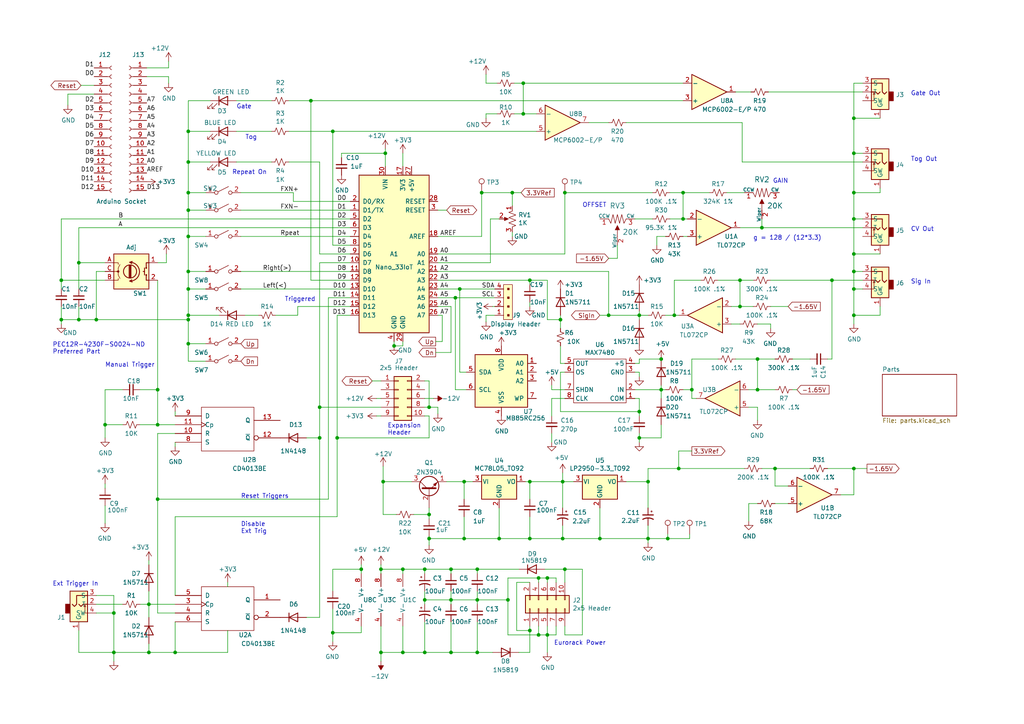
<source format=kicad_sch>
(kicad_sch (version 20211123) (generator eeschema)
  (paper "A4")
  (title_block (title "Spankulator") (rev "5.3") (company "Greenface Labs"))
  (junction (at 163.195 139.7))
  (junction (at 158.75 167.64))
  (junction (at 54.61 91.44))
  (junction (at 219.71 113.03))
  (junction (at 96.52 38.1))
  (junction (at 198.12 55.88))
  (junction (at 151.765 33.02))
  (junction (at 17.78 81.28))
  (junction (at 176.53 91.44))
  (junction (at 153.67 156.21))
  (junction (at 45.72 144.78))
  (junction (at 247.65 73.66))
  (junction (at 158.75 184.15))
  (junction (at 193.675 156.21))
  (junction (at 247.65 44.45))
  (junction (at 247.65 91.44))
  (junction (at 241.3 81.28))
  (junction (at 130.81 173.99))
  (junction (at 54.61 46.99))
  (junction (at 133.35 83.82))
  (junction (at 156.21 184.15))
  (junction (at 124.46 149.225))
  (junction (at 247.65 83.82))
  (junction (at 151.765 24.13))
  (junction (at 196.85 135.89))
  (junction (at 54.61 60.96))
  (junction (at 96.52 183.515))
  (junction (at 104.775 165.1))
  (junction (at 124.46 118.11))
  (junction (at 50.8 189.23))
  (junction (at 110.49 189.23))
  (junction (at 185.42 91.44))
  (junction (at 153.67 182.88))
  (junction (at 30.48 123.19))
  (junction (at 144.78 156.21))
  (junction (at 200.66 113.03))
  (junction (at 92.71 118.11))
  (junction (at 148.59 55.88))
  (junction (at 110.49 165.1))
  (junction (at 163.83 55.88))
  (junction (at 111.125 139.7))
  (junction (at 116.84 189.23))
  (junction (at 54.61 68.58))
  (junction (at 124.46 156.21))
  (junction (at 134.62 139.7))
  (junction (at 153.67 81.28))
  (junction (at 43.18 175.26))
  (junction (at 54.61 78.74))
  (junction (at 185.42 119.38))
  (junction (at 191.77 113.03))
  (junction (at 138.43 173.99))
  (junction (at 54.61 38.1))
  (junction (at 220.98 66.04))
  (junction (at 114.3 100.33))
  (junction (at 198.12 63.5))
  (junction (at 247.65 135.89))
  (junction (at 54.61 92.71))
  (junction (at 54.61 99.695))
  (junction (at 191.77 104.14))
  (junction (at 163.83 165.1))
  (junction (at 224.79 135.89))
  (junction (at 33.02 189.23))
  (junction (at 173.99 156.21))
  (junction (at 247.65 78.74))
  (junction (at 187.96 156.21))
  (junction (at 139.7 55.88))
  (junction (at 123.19 189.23))
  (junction (at 17.78 92.71))
  (junction (at 27.94 92.71))
  (junction (at 247.65 55.88))
  (junction (at 45.72 123.19))
  (junction (at 156.21 167.64))
  (junction (at 187.96 139.7))
  (junction (at 214.63 81.28))
  (junction (at 130.81 189.23))
  (junction (at 43.18 189.23))
  (junction (at 163.195 156.21))
  (junction (at 247.65 63.5))
  (junction (at 247.65 34.29))
  (junction (at 130.81 165.1))
  (junction (at 123.19 165.1))
  (junction (at 22.86 76.2))
  (junction (at 111.76 44.45))
  (junction (at 90.17 29.21))
  (junction (at 54.61 55.88))
  (junction (at 33.02 177.8))
  (junction (at 45.72 113.03))
  (junction (at 116.84 165.1))
  (junction (at 92.71 127))
  (junction (at 219.71 104.14))
  (junction (at 22.86 92.71))
  (junction (at 185.42 127))
  (junction (at 153.67 139.7))
  (junction (at 214.63 88.9))
  (junction (at 195.58 91.44))
  (junction (at 132.08 86.36))
  (junction (at 54.61 83.82))
  (junction (at 138.43 165.1))
  (junction (at 147.32 173.99))
  (junction (at 138.43 189.23))
  (junction (at 134.62 156.21))
  (junction (at 123.19 173.99))
  (junction (at 97.79 127))
  (junction (at 162.56 92.71))
  (wire (pts (xy 156.21 167.64) (xy 156.21 168.91)))
  (wire (pts (xy 30.48 140.335) (xy 30.48 141.605)))
  (wire (pts (xy 161.29 184.15) (xy 161.29 181.61)))
  (wire (pts (xy 110.49 181.61) (xy 110.49 189.23)))
  (wire (pts (xy 153.67 81.28) (xy 158.75 81.28)))
  (wire (pts (xy 223.52 81.28) (xy 241.3 81.28)))
  (wire (pts (xy 173.99 147.32) (xy 173.99 156.21)))
  (wire (pts (xy 132.08 86.36) (xy 143.51 86.36)))
  (wire (pts (xy 187.96 156.21) (xy 193.675 156.21)))
  (wire (pts (xy 163.83 168.91) (xy 163.83 165.1)))
  (wire (pts (xy 193.04 68.58) (xy 190.5 68.58)))
  (wire (pts (xy 96.52 171.45) (xy 96.52 165.1)))
  (wire (pts (xy 158.75 167.64) (xy 161.29 167.64)))
  (wire (pts (xy 228.6 140.97) (xy 224.79 140.97)))
  (wire (pts (xy 163.83 55.88) (xy 163.83 73.66)))
  (wire (pts (xy 116.84 165.1) (xy 123.19 165.1)))
  (wire (pts (xy 219.71 104.14) (xy 219.71 113.03)))
  (wire (pts (xy 162.56 105.41) (xy 162.56 100.33)))
  (wire (pts (xy 140.97 91.44) (xy 140.97 93.345)))
  (wire (pts (xy 124.46 155.575) (xy 124.46 156.21)))
  (wire (pts (xy 116.84 44.45) (xy 116.84 48.26)))
  (wire (pts (xy 110.49 165.1) (xy 116.84 165.1)))
  (wire (pts (xy 166.37 139.7) (xy 163.195 139.7)))
  (wire (pts (xy 90.17 81.28) (xy 90.17 29.21)))
  (wire (pts (xy 224.79 104.14) (xy 219.71 104.14)))
  (wire (pts (xy 92.71 76.2) (xy 92.71 118.11)))
  (wire (pts (xy 83.82 46.99) (xy 92.71 46.99)))
  (wire (pts (xy 229.87 113.03) (xy 231.14 113.03)))
  (wire (pts (xy 247.65 63.5) (xy 247.65 55.88)))
  (wire (pts (xy 184.15 63.5) (xy 189.23 63.5)))
  (wire (pts (xy 114.935 149.225) (xy 111.125 149.225)))
  (wire (pts (xy 45.72 123.19) (xy 50.8 123.19)))
  (wire (pts (xy 255.27 34.29) (xy 247.65 34.29)))
  (wire (pts (xy 123.19 166.37) (xy 123.19 165.1)))
  (wire (pts (xy 86.36 91.44) (xy 86.36 88.9)))
  (wire (pts (xy 101.6 91.44) (xy 97.79 91.44)))
  (wire (pts (xy 96.52 71.12) (xy 96.52 38.1)))
  (wire (pts (xy 142.24 63.5) (xy 142.24 76.2)))
  (wire (pts (xy 214.63 88.9) (xy 218.44 88.9)))
  (wire (pts (xy 83.82 29.21) (xy 90.17 29.21)))
  (wire (pts (xy 196.85 135.89) (xy 196.85 130.81)))
  (wire (pts (xy 17.78 81.28) (xy 17.78 83.82)))
  (wire (pts (xy 45.72 76.2) (xy 48.26 76.2)))
  (wire (pts (xy 149.225 24.13) (xy 151.765 24.13)))
  (wire (pts (xy 190.5 68.58) (xy 190.5 71.12)))
  (wire (pts (xy 35.56 113.03) (xy 30.48 113.03)))
  (wire (pts (xy 163.83 181.61) (xy 163.83 184.15)))
  (wire (pts (xy 217.17 146.05) (xy 217.17 151.13)))
  (wire (pts (xy 219.71 104.14) (xy 213.36 104.14)))
  (wire (pts (xy 54.61 29.21) (xy 54.61 38.1)))
  (wire (pts (xy 217.17 118.11) (xy 219.71 118.11)))
  (wire (pts (xy 138.43 171.45) (xy 138.43 173.99)))
  (wire (pts (xy 185.42 125.73) (xy 185.42 127)))
  (wire (pts (xy 247.65 24.13) (xy 247.65 34.29)))
  (wire (pts (xy 219.71 113.03) (xy 217.17 113.03)))
  (wire (pts (xy 214.63 81.28) (xy 214.63 88.9)))
  (wire (pts (xy 124.46 149.225) (xy 124.46 150.495)))
  (wire (pts (xy 96.52 38.1) (xy 83.82 38.1)))
  (wire (pts (xy 116.84 181.61) (xy 116.84 189.23)))
  (wire (pts (xy 45.72 125.73) (xy 45.72 144.78)))
  (wire (pts (xy 151.765 33.02) (xy 155.575 33.02)))
  (wire (pts (xy 191.77 115.57) (xy 191.77 113.03)))
  (wire (pts (xy 150.495 189.23) (xy 153.67 189.23)))
  (wire (pts (xy 127 88.9) (xy 130.81 88.9)))
  (wire (pts (xy 247.65 135.89) (xy 251.46 135.89)))
  (wire (pts (xy 187.96 156.21) (xy 173.99 156.21)))
  (wire (pts (xy 110.49 189.23) (xy 116.84 189.23)))
  (wire (pts (xy 54.61 29.21) (xy 60.96 29.21)))
  (wire (pts (xy 187.96 152.4) (xy 187.96 156.21)))
  (wire (pts (xy 212.09 88.9) (xy 214.63 88.9)))
  (wire (pts (xy 22.86 182.88) (xy 22.86 189.23)))
  (wire (pts (xy 42.545 19.685) (xy 48.895 19.685)))
  (wire (pts (xy 158.75 92.71) (xy 162.56 92.71)))
  (wire (pts (xy 124.46 156.21) (xy 134.62 156.21)))
  (wire (pts (xy 138.43 165.1) (xy 150.495 165.1)))
  (wire (pts (xy 144.78 63.5) (xy 142.24 63.5)))
  (wire (pts (xy 149.86 168.91) (xy 149.86 182.88)))
  (wire (pts (xy 250.19 44.45) (xy 247.65 44.45)))
  (wire (pts (xy 153.67 139.7) (xy 163.195 139.7)))
  (wire (pts (xy 22.86 88.9) (xy 22.86 92.71)))
  (wire (pts (xy 176.53 78.74) (xy 176.53 91.44)))
  (wire (pts (xy 153.67 82.55) (xy 153.67 81.28)))
  (wire (pts (xy 162.56 91.44) (xy 162.56 92.71)))
  (wire (pts (xy 54.61 83.82) (xy 54.61 91.44)))
  (wire (pts (xy 208.28 104.14) (xy 200.66 104.14)))
  (wire (pts (xy 176.53 91.44) (xy 185.42 91.44)))
  (wire (pts (xy 30.48 113.03) (xy 30.48 123.19)))
  (wire (pts (xy 22.86 76.2) (xy 22.86 83.82)))
  (wire (pts (xy 48.895 22.225) (xy 48.895 24.13)))
  (wire (pts (xy 33.02 177.8) (xy 33.02 189.23)))
  (wire (pts (xy 54.61 91.44) (xy 54.61 92.71)))
  (wire (pts (xy 123.19 173.99) (xy 123.19 175.26)))
  (wire (pts (xy 127 118.11) (xy 127 120.015)))
  (wire (pts (xy 247.65 34.29) (xy 247.65 44.45)))
  (wire (pts (xy 198.12 113.03) (xy 200.66 113.03)))
  (wire (pts (xy 54.61 55.88) (xy 54.61 60.96)))
  (wire (pts (xy 96.52 176.53) (xy 96.52 183.515)))
  (wire (pts (xy 68.58 46.99) (xy 78.74 46.99)))
  (wire (pts (xy 99.06 44.45) (xy 111.76 44.45)))
  (wire (pts (xy 187.96 147.32) (xy 187.96 139.7)))
  (wire (pts (xy 22.86 189.23) (xy 33.02 189.23)))
  (wire (pts (xy 215.265 46.99) (xy 250.19 46.99)))
  (wire (pts (xy 247.65 55.88) (xy 255.27 55.88)))
  (wire (pts (xy 185.42 90.17) (xy 185.42 91.44)))
  (wire (pts (xy 198.12 63.5) (xy 199.39 63.5)))
  (wire (pts (xy 137.16 139.7) (xy 134.62 139.7)))
  (wire (pts (xy 130.81 180.34) (xy 130.81 189.23)))
  (wire (pts (xy 198.12 68.58) (xy 199.39 68.58)))
  (wire (pts (xy 133.35 107.95) (xy 133.35 83.82)))
  (wire (pts (xy 247.65 91.44) (xy 247.65 93.98)))
  (wire (pts (xy 134.62 156.21) (xy 144.78 156.21)))
  (wire (pts (xy 124.46 120.65) (xy 123.19 120.65)))
  (wire (pts (xy 127 83.82) (xy 133.35 83.82)))
  (wire (pts (xy 163.195 147.32) (xy 163.195 139.7)))
  (wire (pts (xy 30.48 123.19) (xy 35.56 123.19)))
  (wire (pts (xy 33.02 189.23) (xy 33.02 191.77)))
  (wire (pts (xy 110.49 166.37) (xy 110.49 165.1)))
  (wire (pts (xy 184.15 113.03) (xy 191.77 113.03)))
  (wire (pts (xy 160.02 113.03) (xy 163.83 113.03)))
  (wire (pts (xy 214.63 66.04) (xy 220.98 66.04)))
  (wire (pts (xy 59.69 68.58) (xy 54.61 68.58)))
  (wire (pts (xy 173.99 91.44) (xy 176.53 91.44)))
  (wire (pts (xy 250.19 81.28) (xy 241.3 81.28)))
  (wire (pts (xy 162.56 92.71) (xy 162.56 95.25)))
  (wire (pts (xy 116.84 189.23) (xy 123.19 189.23)))
  (wire (pts (xy 110.49 189.23) (xy 110.49 191.77)))
  (wire (pts (xy 59.69 60.96) (xy 54.61 60.96)))
  (wire (pts (xy 59.69 55.88) (xy 54.61 55.88)))
  (wire (pts (xy 193.675 156.21) (xy 200.025 156.21)))
  (wire (pts (xy 139.7 68.58) (xy 127 68.58)))
  (wire (pts (xy 138.43 180.34) (xy 138.43 189.23)))
  (wire (pts (xy 170.815 35.56) (xy 176.53 35.56)))
  (wire (pts (xy 48.26 76.2) (xy 48.26 73.66)))
  (wire (pts (xy 107.95 110.49) (xy 110.49 110.49)))
  (wire (pts (xy 193.675 154.94) (xy 193.675 156.21)))
  (wire (pts (xy 50.8 180.34) (xy 50.8 189.23)))
  (wire (pts (xy 96.52 38.1) (xy 155.575 38.1)))
  (wire (pts (xy 163.83 105.41) (xy 162.56 105.41)))
  (wire (pts (xy 30.48 78.74) (xy 27.94 78.74)))
  (wire (pts (xy 168.91 165.1) (xy 163.83 165.1)))
  (wire (pts (xy 139.7 55.88) (xy 139.7 68.58)))
  (wire (pts (xy 27.94 92.71) (xy 54.61 92.71)))
  (wire (pts (xy 54.61 68.58) (xy 54.61 78.74)))
  (wire (pts (xy 148.59 55.88) (xy 139.7 55.88)))
  (wire (pts (xy 162.56 119.38) (xy 185.42 119.38)))
  (wire (pts (xy 219.71 113.03) (xy 224.79 113.03)))
  (wire (pts (xy 54.61 46.99) (xy 54.61 55.88)))
  (wire (pts (xy 130.81 88.9) (xy 130.81 102.235)))
  (wire (pts (xy 59.69 78.74) (xy 54.61 78.74)))
  (wire (pts (xy 158.75 181.61) (xy 158.75 184.15)))
  (wire (pts (xy 224.79 140.97) (xy 224.79 135.89)))
  (wire (pts (xy 158.115 165.1) (xy 163.83 165.1)))
  (wire (pts (xy 138.43 173.99) (xy 130.81 173.99)))
  (wire (pts (xy 43.18 175.26) (xy 43.18 179.07)))
  (wire (pts (xy 184.15 115.57) (xy 185.42 115.57)))
  (wire (pts (xy 101.6 86.36) (xy 95.25 86.36)))
  (wire (pts (xy 123.19 189.23) (xy 130.81 189.23)))
  (wire (pts (xy 30.48 81.28) (xy 17.78 81.28)))
  (wire (pts (xy 43.18 175.26) (xy 50.8 175.26)))
  (wire (pts (xy 130.81 165.1) (xy 138.43 165.1)))
  (wire (pts (xy 101.6 81.28) (xy 90.17 81.28)))
  (wire (pts (xy 185.42 104.14) (xy 191.77 104.14)))
  (wire (pts (xy 220.98 135.89) (xy 224.79 135.89)))
  (wire (pts (xy 176.53 74.93) (xy 179.07 74.93)))
  (wire (pts (xy 85.09 58.42) (xy 101.6 58.42)))
  (wire (pts (xy 124.46 118.11) (xy 127 118.11)))
  (wire (pts (xy 163.195 137.16) (xy 163.195 139.7)))
  (wire (pts (xy 40.64 113.03) (xy 45.72 113.03)))
  (wire (pts (xy 200.66 104.14) (xy 200.66 113.03)))
  (wire (pts (xy 74.93 91.44) (xy 71.12 91.44)))
  (wire (pts (xy 247.65 91.44) (xy 255.27 91.44)))
  (wire (pts (xy 128.27 99.06) (xy 128.27 91.44)))
  (wire (pts (xy 198.12 24.13) (xy 151.765 24.13)))
  (wire (pts (xy 158.75 81.28) (xy 158.75 92.71)))
  (wire (pts (xy 184.15 105.41) (xy 185.42 105.41)))
  (wire (pts (xy 240.03 104.14) (xy 241.3 104.14)))
  (wire (pts (xy 123.19 171.45) (xy 123.19 173.99)))
  (wire (pts (xy 247.65 83.82) (xy 247.65 91.44)))
  (wire (pts (xy 200.025 154.94) (xy 200.025 156.21)))
  (wire (pts (xy 54.61 60.96) (xy 54.61 68.58)))
  (wire (pts (xy 50.8 189.23) (xy 66.04 189.23)))
  (wire (pts (xy 147.32 173.99) (xy 138.43 173.99)))
  (wire (pts (xy 127 86.36) (xy 132.08 86.36)))
  (wire (pts (xy 194.31 55.88) (xy 198.12 55.88)))
  (wire (pts (xy 92.71 179.07) (xy 88.9 179.07)))
  (wire (pts (xy 68.58 29.21) (xy 78.74 29.21)))
  (wire (pts (xy 54.61 99.695) (xy 54.61 104.775)))
  (wire (pts (xy 144.145 24.13) (xy 140.97 24.13)))
  (wire (pts (xy 111.125 139.7) (xy 119.38 139.7)))
  (wire (pts (xy 43.18 189.23) (xy 50.8 189.23)))
  (wire (pts (xy 101.6 76.2) (xy 92.71 76.2)))
  (wire (pts (xy 40.64 175.26) (xy 43.18 175.26)))
  (wire (pts (xy 153.67 156.21) (xy 163.195 156.21)))
  (wire (pts (xy 123.19 115.57) (xy 125.73 115.57)))
  (wire (pts (xy 17.78 92.71) (xy 22.86 92.71)))
  (wire (pts (xy 148.59 68.58) (xy 148.59 67.31)))
  (wire (pts (xy 200.66 115.57) (xy 201.93 115.57)))
  (wire (pts (xy 17.78 93.98) (xy 17.78 92.71)))
  (wire (pts (xy 50.8 128.27) (xy 50.8 129.54)))
  (wire (pts (xy 250.19 78.74) (xy 247.65 78.74)))
  (wire (pts (xy 104.775 181.61) (xy 104.775 183.515)))
  (wire (pts (xy 123.19 118.11) (xy 124.46 118.11)))
  (wire (pts (xy 191.77 113.03) (xy 193.04 113.03)))
  (wire (pts (xy 215.265 35.56) (xy 215.265 46.99)))
  (wire (pts (xy 97.79 127) (xy 124.46 127)))
  (wire (pts (xy 30.48 146.685) (xy 30.48 151.765)))
  (wire (pts (xy 54.61 38.1) (xy 60.96 38.1)))
  (wire (pts (xy 142.24 76.2) (xy 127 76.2)))
  (wire (pts (xy 45.72 81.28) (xy 45.72 113.03)))
  (wire (pts (xy 160.02 111.76) (xy 160.02 113.03)))
  (wire (pts (xy 66.04 189.23) (xy 66.04 182.88)))
  (wire (pts (xy 109.22 115.57) (xy 110.49 115.57)))
  (wire (pts (xy 90.17 29.21) (xy 198.12 29.21)))
  (wire (pts (xy 147.32 167.64) (xy 147.32 173.99)))
  (wire (pts (xy 126.365 102.235) (xy 130.81 102.235)))
  (wire (pts (xy 22.86 66.04) (xy 101.6 66.04)))
  (wire (pts (xy 142.875 88.9) (xy 143.51 88.9)))
  (wire (pts (xy 247.65 78.74) (xy 247.65 73.66)))
  (wire (pts (xy 255.27 55.88) (xy 255.27 54.61)))
  (wire (pts (xy 153.67 168.91) (xy 149.86 168.91)))
  (wire (pts (xy 134.62 139.7) (xy 134.62 144.78)))
  (wire (pts (xy 130.81 166.37) (xy 130.81 165.1)))
  (wire (pts (xy 151.13 55.88) (xy 148.59 55.88)))
  (wire (pts (xy 200.66 113.03) (xy 200.66 115.57)))
  (wire (pts (xy 187.96 135.89) (xy 187.96 139.7)))
  (wire (pts (xy 222.885 26.67) (xy 250.19 26.67)))
  (wire (pts (xy 45.72 113.03) (xy 45.72 123.19)))
  (wire (pts (xy 17.78 63.5) (xy 101.6 63.5)))
  (wire (pts (xy 194.31 63.5) (xy 198.12 63.5)))
  (wire (pts (xy 114.3 99.06) (xy 114.3 100.33)))
  (wire (pts (xy 135.255 107.95) (xy 133.35 107.95)))
  (wire (pts (xy 198.12 55.88) (xy 205.74 55.88)))
  (wire (pts (xy 156.21 181.61) (xy 156.21 184.15)))
  (wire (pts (xy 132.08 113.03) (xy 132.08 86.36)))
  (wire (pts (xy 129.54 139.7) (xy 134.62 139.7)))
  (wire (pts (xy 101.6 71.12) (xy 96.52 71.12)))
  (wire (pts (xy 116.84 99.06) (xy 116.84 100.33)))
  (wire (pts (xy 163.83 184.15) (xy 168.91 184.15)))
  (wire (pts (xy 153.67 181.61) (xy 153.67 182.88)))
  (wire (pts (xy 123.19 110.49) (xy 124.46 110.49)))
  (wire (pts (xy 126.365 99.06) (xy 128.27 99.06)))
  (wire (pts (xy 96.52 165.1) (xy 104.775 165.1)))
  (wire (pts (xy 50.8 149.86) (xy 97.79 149.86)))
  (wire (pts (xy 203.2 81.28) (xy 195.58 81.28)))
  (wire (pts (xy 116.84 166.37) (xy 116.84 165.1)))
  (wire (pts (xy 27.305 27.305) (xy 19.685 27.305)))
  (wire (pts (xy 255.27 91.44) (xy 255.27 88.9)))
  (wire (pts (xy 104.775 165.1) (xy 104.775 163.83)))
  (wire (pts (xy 210.82 55.88) (xy 215.9 55.88)))
  (wire (pts (xy 45.72 144.78) (xy 45.72 177.8)))
  (wire (pts (xy 60.96 46.99) (xy 54.61 46.99)))
  (wire (pts (xy 127 78.74) (xy 176.53 78.74)))
  (wire (pts (xy 247.65 63.5) (xy 247.65 73.66)))
  (wire (pts (xy 124.46 147.32) (xy 124.46 149.225)))
  (wire (pts (xy 243.84 143.51) (xy 247.65 143.51)))
  (wire (pts (xy 127 60.96) (xy 129.54 60.96)))
  (wire (pts (xy 124.46 127) (xy 124.46 120.65)))
  (wire (pts (xy 220.98 63.5) (xy 220.98 66.04)))
  (wire (pts (xy 69.85 83.82) (xy 101.6 83.82)))
  (wire (pts (xy 214.63 81.28) (xy 218.44 81.28)))
  (wire (pts (xy 19.685 27.305) (xy 19.685 30.48)))
  (wire (pts (xy 219.71 93.98) (xy 223.52 93.98)))
  (wire (pts (xy 187.96 135.89) (xy 196.85 135.89)))
  (wire (pts (xy 50.8 125.73) (xy 45.72 125.73)))
  (wire (pts (xy 191.77 127) (xy 185.42 127)))
  (wire (pts (xy 80.01 91.44) (xy 86.36 91.44)))
  (wire (pts (xy 54.61 91.44) (xy 63.5 91.44)))
  (wire (pts (xy 86.36 88.9) (xy 101.6 88.9)))
  (wire (pts (xy 158.75 184.15) (xy 158.75 189.23)))
  (wire (pts (xy 149.225 33.02) (xy 151.765 33.02)))
  (wire (pts (xy 223.52 93.98) (xy 223.52 95.25)))
  (wire (pts (xy 54.61 38.1) (xy 54.61 46.99)))
  (wire (pts (xy 247.65 78.74) (xy 247.65 83.82)))
  (wire (pts (xy 127 73.66) (xy 163.83 73.66)))
  (wire (pts (xy 144.78 156.21) (xy 144.78 147.32)))
  (wire (pts (xy 185.42 127) (xy 185.42 128.27)))
  (wire (pts (xy 92.71 46.99) (xy 92.71 73.66)))
  (wire (pts (xy 196.85 135.89) (xy 215.9 135.89)))
  (wire (pts (xy 50.8 177.8) (xy 45.72 177.8)))
  (wire (pts (xy 48.895 19.685) (xy 48.895 17.78)))
  (wire (pts (xy 59.69 99.695) (xy 54.61 99.695)))
  (wire (pts (xy 22.86 66.04) (xy 22.86 76.2)))
  (wire (pts (xy 185.42 105.41) (xy 185.42 104.14)))
  (wire (pts (xy 96.52 183.515) (xy 96.52 186.055)))
  (wire (pts (xy 27.94 175.26) (xy 35.56 175.26)))
  (wire (pts (xy 160.02 128.27) (xy 160.02 125.73)))
  (wire (pts (xy 162.56 107.95) (xy 162.56 119.38)))
  (wire (pts (xy 153.67 144.78) (xy 153.67 139.7)))
  (wire (pts (xy 97.79 127) (xy 97.79 149.86)))
  (wire (pts (xy 143.51 91.44) (xy 140.97 91.44)))
  (wire (pts (xy 234.95 104.14) (xy 229.87 104.14)))
  (wire (pts (xy 111.125 149.225) (xy 111.125 139.7)))
  (wire (pts (xy 255.27 73.66) (xy 247.65 73.66)))
  (wire (pts (xy 134.62 149.86) (xy 134.62 156.21)))
  (wire (pts (xy 27.94 78.74) (xy 27.94 92.71)))
  (wire (pts (xy 153.67 87.63) (xy 153.67 88.9)))
  (wire (pts (xy 250.19 63.5) (xy 247.65 63.5)))
  (wire (pts (xy 45.72 144.78) (xy 95.25 144.78)))
  (wire (pts (xy 185.42 92.71) (xy 185.42 91.44)))
  (wire (pts (xy 127 81.28) (xy 153.67 81.28)))
  (wire (pts (xy 17.78 88.9) (xy 17.78 92.71)))
  (wire (pts (xy 151.765 24.13) (xy 151.765 33.02)))
  (wire (pts (xy 54.61 78.74) (xy 54.61 83.82)))
  (wire (pts (xy 135.255 113.03) (xy 132.08 113.03)))
  (wire (pts (xy 148.59 59.69) (xy 148.59 55.88)))
  (wire (pts (xy 208.28 81.28) (xy 214.63 81.28)))
  (wire (pts (xy 133.35 83.82) (xy 143.51 83.82)))
  (wire (pts (xy 153.67 156.21) (xy 144.78 156.21)))
  (wire (pts (xy 69.85 60.96) (xy 101.6 60.96)))
  (wire (pts (xy 130.81 173.99) (xy 130.81 175.26)))
  (wire (pts (xy 85.09 55.88) (xy 85.09 58.42)))
  (wire (pts (xy 110.49 118.11) (xy 92.71 118.11)))
  (wire (pts (xy 123.19 165.1) (xy 130.81 165.1)))
  (wire (pts (xy 158.75 167.64) (xy 156.21 167.64)))
  (wire (pts (xy 88.9 127) (xy 92.71 127)))
  (wire (pts (xy 195.58 91.44) (xy 196.85 91.44)))
  (wire (pts (xy 220.98 66.04) (xy 250.19 66.04)))
  (wire (pts (xy 147.32 173.99) (xy 147.32 184.15)))
  (wire (pts (xy 130.81 171.45) (xy 130.81 173.99)))
  (wire (pts (xy 163.195 156.21) (xy 163.195 152.4)))
  (wire (pts (xy 69.85 68.58) (xy 101.6 68.58)))
  (wire (pts (xy 120.015 149.225) (xy 124.46 149.225)))
  (wire (pts (xy 158.75 167.64) (xy 158.75 168.91)))
  (wire (pts (xy 250.19 83.82) (xy 247.65 83.82)))
  (wire (pts (xy 147.32 184.15) (xy 156.21 184.15)))
  (wire (pts (xy 168.91 184.15) (xy 168.91 165.1)))
  (wire (pts (xy 104.775 166.37) (xy 104.775 165.1)))
  (wire (pts (xy 153.67 149.86) (xy 153.67 156.21)))
  (wire (pts (xy 123.19 173.99) (xy 130.81 173.99)))
  (wire (pts (xy 123.19 180.34) (xy 123.19 189.23)))
  (wire (pts (xy 54.61 92.71) (xy 54.61 99.695)))
  (wire (pts (xy 17.78 63.5) (xy 17.78 81.28)))
  (wire (pts (xy 184.15 107.95) (xy 185.42 107.95)))
  (wire (pts (xy 68.58 38.1) (xy 78.74 38.1)))
  (wire (pts (xy 95.25 86.36) (xy 95.25 144.78)))
  (wire (pts (xy 191.77 111.76) (xy 191.77 113.03)))
  (wire (pts (xy 181.61 35.56) (xy 215.265 35.56)))
  (wire (pts (xy 22.86 92.71) (xy 27.94 92.71)))
  (wire (pts (xy 140.97 34.29) (xy 140.97 33.02)))
  (wire (pts (xy 191.77 123.19) (xy 191.77 127)))
  (wire (pts (xy 160.02 115.57) (xy 160.02 120.65)))
  (wire (pts (xy 140.97 33.02) (xy 144.145 33.02)))
  (wire (pts (xy 138.43 173.99) (xy 138.43 175.26)))
  (wire (pts (xy 241.3 104.14) (xy 241.3 81.28)))
  (wire (pts (xy 104.775 183.515) (xy 96.52 183.515)))
  (wire (pts (xy 111.125 135.255) (xy 111.125 139.7)))
  (wire (pts (xy 149.86 182.88) (xy 153.67 182.88)))
  (wire (pts (xy 43.18 162.56) (xy 43.18 163.83)))
  (wire (pts (xy 27.94 172.72) (xy 33.02 172.72)))
  (wire (pts (xy 101.6 78.74) (xy 69.85 78.74)))
  (wire (pts (xy 43.18 186.69) (xy 43.18 189.23)))
  (wire (pts (xy 193.04 91.44) (xy 195.58 91.44)))
  (wire (pts (xy 223.52 88.9) (xy 228.6 88.9)))
  (wire (pts (xy 240.03 135.89) (xy 247.65 135.89)))
  (wire (pts (xy 156.21 167.64) (xy 147.32 167.64)))
  (wire (pts (xy 187.96 139.7) (xy 181.61 139.7)))
  (wire (pts (xy 124.46 156.21) (xy 124.46 158.115)))
  (wire (pts (xy 110.49 163.83) (xy 110.49 165.1)))
  (wire (pts (xy 42.545 22.225) (xy 48.895 22.225)))
  (wire (pts (xy 153.67 182.88) (xy 153.67 189.23)))
  (wire (pts (xy 124.46 110.49) (xy 124.46 118.11)))
  (wire (pts (xy 185.42 109.22) (xy 185.42 107.95)))
  (wire (pts (xy 173.99 156.21) (xy 163.195 156.21)))
  (wire (pts (xy 30.48 127) (xy 30.48 123.19)))
  (wire (pts (xy 69.85 55.88) (xy 85.09 55.88)))
  (wire (pts (xy 114.3 100.33) (xy 116.84 100.33)))
  (wire (pts (xy 163.83 115.57) (xy 160.02 115.57)))
  (wire (pts (xy 111.76 43.18) (xy 111.76 44.45)))
  (wire (pts (xy 187.96 156.21) (xy 187.96 157.48)))
  (wire (pts (xy 224.79 135.89) (xy 234.95 135.89)))
  (wire (pts (xy 130.81 189.23) (xy 138.43 189.23)))
  (wire (pts (xy 27.94 177.8) (xy 33.02 177.8)))
  (wire (pts (xy 185.42 91.44) (xy 187.96 91.44)))
  (wire (pts (xy 224.79 146.05) (xy 228.6 146.05)))
  (wire (pts (xy 185.42 115.57) (xy 185.42 119.38)))
  (wire (pts (xy 152.4 139.7) (xy 153.67 139.7)))
  (wire (pts (xy 92.71 127) (xy 92.71 179.07)))
  (wire (pts (xy 99.06 45.72) (xy 99.06 44.45)))
  (wire (pts (xy 250.19 24.13) (xy 247.65 24.13)))
  (wire (pts (xy 196.85 130.81) (xy 200.66 130.81)))
  (wire (pts (xy 111.76 44.45) (xy 111.76 48.26)))
  (wire (pts (xy 138.43 189.23) (xy 142.875 189.23)))
  (wire (pts (xy 59.69 104.775) (xy 54.61 104.775)))
  (wire (pts (xy 30.48 76.2) (xy 22.86 76.2)))
  (wire (pts (xy 59.69 83.82) (xy 54.61 83.82)))
  (wire (pts (xy 128.27 91.44) (xy 127 91.44)))
  (wire (pts (xy 247.65 44.45) (xy 247.65 55.88)))
  (wire (pts (xy 219.71 118.11) (xy 219.71 121.92)))
  (wire (pts (xy 195.58 81.28) (xy 195.58 91.44)))
  (wire (pts (xy 101.6 73.66) (xy 92.71 73.66)))
  (wire (pts (xy 92.71 118.11) (xy 92.71 127)))
  (wire (pts (xy 212.09 93.98) (xy 214.63 93.98)))
  (wire (pts (xy 33.02 189.23) (xy 43.18 189.23)))
  (wire (pts (xy 97.79 91.44) (xy 97.79 127)))
  (wire (pts (xy 50.8 119.38) (xy 50.8 120.65)))
  (wire (pts (xy 43.18 171.45) (xy 43.18 175.26)))
  (wire (pts (xy 50.8 149.86) (xy 50.8 172.72)))
  (wire (pts (xy 163.83 55.88) (xy 189.23 55.88)))
  (wire (pts (xy 213.36 26.67) (xy 217.805 26.67)))
  (wire (pts (xy 138.43 165.1) (xy 138.43 166.37)))
  (wire (pts (xy 33.02 172.72) (xy 33.02 177.8)))
  (wire (pts (xy 247.65 143.51) (xy 247.65 135.89)))
  (wire (pts (xy 179.07 74.93) (xy 179.07 71.12)))
  (wire (pts (xy 23.495 24.765) (xy 27.305 24.765)))
  (wire (pts (xy 66.04 168.91) (xy 66.04 170.18)))
  (wire (pts (xy 219.71 146.05) (xy 217.17 146.05)))
  (wire (pts (xy 158.75 184.15) (xy 161.29 184.15)))
  (wire (pts (xy 163.83 107.95) (xy 162.56 107.95)))
  (wire (pts (xy 140.97 24.13) (xy 140.97 21.59)))
  (wire (pts (xy 161.29 167.64) (xy 161.29 168.91)))
  (wire (pts (xy 156.21 184.15) (xy 158.75 184.15)))
  (wire (pts (xy 109.22 120.65) (xy 110.49 120.65)))
  (wire (pts (xy 198.12 63.5) (xy 198.12 55.88)))
  (wire (pts (xy 40.64 123.19) (xy 45.72 123.19)))
  (wire (pts (xy 185.42 119.38) (xy 185.42 120.65)))
  (text "Disable\nExt Trig" (at 69.85 154.94 0) (effects (font (size 1.27 1.27)) (justify left bottom)))
  (text "Tog Out" (at 264.16 46.99 0) (effects (font (size 1.27 1.27)) (justify left bottom)))
  (text "OFFSET" (at 168.91 60.325 0) (effects (font (size 1.27 1.27)) (justify left bottom)))
  (text "Gate Out" (at 264.16 27.94 0) (effects (font (size 1.27 1.27)) (justify left bottom)))
  (text "g = 128 / (12*3.3)" (at 218.44 69.85 0) (effects (font (size 1.27 1.27)) (justify left bottom)))
  (text "PEC12R-4230F-S0024-ND\nPreferred Part" (at 15.24 102.87 0) (effects (font (size 1.27 1.27)) (justify left bottom)))
  (text "CV Out" (at 264.16 67.31 0) (effects (font (size 1.27 1.27)) (justify left bottom)))
  (text "Sig In" (at 264.16 82.55 0) (effects (font (size 1.27 1.27)) (justify left bottom)))
  (text "Gate" (at 68.58 31.75 0) (effects (font (size 1.27 1.27)) (justify left bottom)))
  (text "Repeat On" (at 67.31 50.8 0) (effects (font (size 1.27 1.27)) (justify left bottom)))
  (text "Triggered" (at 82.55 87.63 0) (effects (font (size 1.27 1.27)) (justify left bottom)))
  (text "Manual Trigger" (at 30.48 106.68 0) (effects (font (size 1.27 1.27)) (justify left bottom)))
  (text "GAIN" (at 224.155 53.34 0) (effects (font (size 1.27 1.27)) (justify left bottom)))
  (text "Reset Triggers" (at 69.85 144.78 0) (effects (font (size 1.27 1.27)) (justify left bottom)))
  (text "Ext Trigger In" (at 15.24 170.18 0) (effects (font (size 1.27 1.27)) (justify left bottom)))
  (text "Eurorack Power" (at 160.655 187.325 0) (effects (font (size 1.27 1.27)) (justify left bottom)))
  (text "Expansion\nHeader" (at 112.395 126.365 0) (effects (font (size 1.27 1.27)) (justify left bottom)))
  (text "Tog\n" (at 71.12 40.64 0) (effects (font (size 1.27 1.27)) (justify left bottom)))
  (label "D2" (at 27.305 29.845 180))
  (label "D6" (at 27.305 40.005 180))
  (label "A4" (at 127.635 83.82 0))
  (label "D0" (at 27.305 22.225 180))
  (label "D10" (at 27.305 50.165 180))
  (label "A7" (at 42.545 29.845 0))
  (label "A5" (at 42.545 34.925 0))
  (label "D1" (at 27.305 19.685 180))
  (label "A6" (at 42.545 32.385 0))
  (label "A0" (at 42.545 47.625 0))
  (label "D9" (at 27.305 47.625 180))
  (label "D8" (at 27.305 45.085 180))
  (label "A0" (at 127.635 73.66 0))
  (label "D5" (at 27.305 37.465 180))
  (label "D9" (at 97.79 81.28 0))
  (label "FXN-" (at 81.28 60.96 0))
  (label "D11" (at 27.305 52.705 180))
  (label "D11" (at 96.52 86.36 0))
  (label "D3" (at 97.79 66.04 0))
  (label "D2" (at 97.79 63.5 0))
  (label "A1" (at 127.635 76.2 0))
  (label "B" (at 34.29 63.5 0))
  (label "D8" (at 97.79 78.74 0))
  (label "D12" (at 96.52 88.9 0))
  (label "A1" (at 42.545 45.085 0))
  (label "D7" (at 27.305 42.545 180))
  (label "A7" (at 127.635 91.44 0))
  (label "Right(>)" (at 76.2 78.74 0))
  (label "SCL" (at 139.7 86.36 0))
  (label "A4" (at 42.545 37.465 0))
  (label "D13" (at 100.33 91.44 180))
  (label "Rpeat" (at 81.28 68.58 0))
  (label "AREF" (at 42.545 50.165 0))
  (label "D6" (at 97.79 73.66 0))
  (label "A2" (at 42.545 42.545 0))
  (label "FXN+" (at 81.28 55.88 0))
  (label "D5" (at 97.79 71.12 0))
  (label "D4" (at 27.305 34.925 180))
  (label "A2" (at 127.635 78.74 0))
  (label "A" (at 34.29 66.04 0))
  (label "A6" (at 127.635 88.9 0))
  (label "A5" (at 127.635 86.36 0))
  (label "Left(<)" (at 76.2 83.82 0))
  (label "AREF" (at 127.635 68.58 0))
  (label "D12" (at 27.305 55.245 180))
  (label "D0" (at 97.79 58.42 0))
  (label "A3" (at 42.545 40.005 0))
  (label "D13" (at 42.545 55.245 0))
  (label "D4" (at 97.79 68.58 0))
  (label "A3" (at 127.635 81.28 0))
  (label "D3" (at 27.305 32.385 180))
  (label "D10" (at 96.52 83.82 0))
  (label "D7" (at 97.79 76.2 0))
  (label "SDA" (at 139.7 83.82 0))
  (label "D1" (at 97.79 60.96 0))
  (global_label "SigIn" (shape bidirectional) (at 173.99 91.44 180) (property "Intersheet References" "${INTERSHEET_REFS}" (effects hide)))
  (global_label "-1.65V" (shape input) (at 228.6 88.9 0) (property "Intersheet References" "${INTERSHEET_REFS}" (effects hide)))
  (global_label "Dn" (shape input) (at 69.85 104.775 0) (property "Intersheet References" "${INTERSHEET_REFS}" (effects hide)))
  (global_label "Dn" (shape output) (at 126.365 102.235 180) (property "Intersheet References" "${INTERSHEET_REFS}" (effects hide)))
  (global_label "Up" (shape input) (at 69.85 99.695 0) (property "Intersheet References" "${INTERSHEET_REFS}" (effects hide)))
  (global_label "3.3VRef" (shape output) (at 200.66 130.81 0) (property "Intersheet References" "${INTERSHEET_REFS}" (effects hide)))
  (global_label "Reset" (shape bidirectional) (at 107.95 110.49 180) (property "Intersheet References" "${INTERSHEET_REFS}" (effects hide)))
  (global_label "3.3VRef" (shape input) (at 151.13 55.88 0) (property "Intersheet References" "${INTERSHEET_REFS}" (effects hide)))
  (global_label "-1.65V" (shape input) (at 231.14 113.03 0) (property "Intersheet References" "${INTERSHEET_REFS}" (effects hide)))
  (global_label "Reset" (shape bidirectional) (at 23.495 24.765 180) (property "Intersheet References" "${INTERSHEET_REFS}" (effects hide)))
  (global_label "-1.65V" (shape input) (at 176.53 74.93 180) (property "Intersheet References" "${INTERSHEET_REFS}" (effects hide)))
  (global_label "Up" (shape output) (at 126.365 99.06 180) (property "Intersheet References" "${INTERSHEET_REFS}" (effects hide)))
  (global_label "Reset" (shape bidirectional) (at 129.54 60.96 0) (property "Intersheet References" "${INTERSHEET_REFS}" (effects hide)))
  (global_label "-1.65V" (shape output) (at 251.46 135.89 0) (property "Intersheet References" "${INTERSHEET_REFS}" (effects hide)))
  (symbol (lib_id "greenface-symbols:Arduino_Nano_v3.x-MCU_Module") (at 114.3 73.66 0) (unit 1) (on_board no)
    (property "Reference" "A1" (at 114.3 73.66 0))
    (property "Value" "Nano_33IoT" (at 114.3 77.47 0))
    (property "Footprint" "Module:Arduino_Nano" (effects hide))
    (property "Datasheet" "http://www.mouser.com/pdfdocs/Gravitech_Arduino_Nano3_0.pdf" (effects hide))
    (property "Digi-Key Part" "1050-ABX00032-ND" (effects hide))
    (property "URL" "https://www.amazon.com/Arduino-Nano-33-IoT/dp/B07VW9TSKD/" (effects hide))
  )
  (symbol (lib_id "Device:R_Small_US") (at 38.1 175.26 270) (unit 1)
    (property "Reference" "R1" (at 38.1 172.72 90))
    (property "Value" "10K" (at 38.1 177.8 90))
    (property "Footprint" "Resistor_THT:R_Axial_DIN0207_L6.3mm_D2.5mm_P10.16mm_Horizontal" (effects hide))
    (property "Digi-Key Part" "CF14JT10K0CT-ND" (effects hide))
    (property "LCSC Part #" "C433778" (effects hide))
  )
  (symbol (lib_id "Device:LED") (at 64.77 29.21 0) (unit 1)
    (property "Reference" "D3" (at 65.7606 32.1818 0) (effects (justify right)))
    (property "Value" "GREEN LED" (at 72.39 26.67 0) (effects (justify right)))
    (property "Footprint" "LED_THT:LED_D3.0mm" (effects hide))
    (property "Datasheet" "https://katalog.we-online.de/led/datasheet/151031SS04000.pdf" (effects hide))
    (property "Digi-Key Part" "732-5008-ND" (effects hide))
  )
  (symbol (lib_id "Device:R_Small_US") (at 81.28 29.21 270) (unit 1)
    (property "Reference" "R2" (at 81.28 24.003 90))
    (property "Value" "1K" (at 81.28 26.3144 90))
    (property "Footprint" "Resistor_THT:R_Axial_DIN0207_L6.3mm_D2.5mm_P10.16mm_Horizontal" (effects hide))
    (property "Digi-Key Part" "CF14JT1K00CT-ND" (effects hide))
    (property "LCSC Part #" "C66649" (effects hide))
  )
  (symbol (lib_id "power:-12V") (at 110.49 191.77 180) (unit 1)
    (property "Reference" "#PWR0101" (effects hide))
    (property "Value" "-12V" (at 110.109 196.1642 0))
  )
  (symbol (lib_id "power:+12V") (at 110.49 163.83 0) (unit 1)
    (property "Reference" "#PWR0102" (effects hide))
    (property "Value" "+12V" (at 110.49 159.385 0))
  )
  (symbol (lib_id "Device:C_Small") (at 130.81 168.91 0) (unit 1)
    (property "Reference" "C5" (at 133.1468 167.7416 0) (effects (justify left)))
    (property "Value" "100nF" (at 130.81 171.45 0) (effects (justify left)))
    (property "Footprint" "Capacitor_THT:C_Disc_D4.3mm_W1.9mm_P5.00mm" (effects hide))
    (property "Datasheet" "http://datasheets.avx.com/SR-Series.pdf" (effects hide))
    (property "Digi-Key Part" "399-9877-1-ND" (effects hide))
    (property "LCSC Part #" "C400087" (effects hide))
  )
  (symbol (lib_id "Device:CP1_Small") (at 123.19 168.91 0) (unit 1)
    (property "Reference" "C3" (at 125.5014 167.7416 0) (effects (justify left)))
    (property "Value" "100uF" (at 123.19 171.45 0) (effects (justify left)))
    (property "Footprint" "Capacitor_THT:CP_Radial_D6.3mm_P2.50mm" (effects hide))
    (property "Datasheet" "http://www.rubycon.co.jp/en/catalog/e_pdfs/aluminum/e_ml.pdf" (effects hide))
    (property "Digi-Key Part" "10-ECE-A1CKA101ICT-ND" (effects hide))
    (property "LCSC Part #" "C445356" (effects hide))
  )
  (symbol (lib_id "Device:CP1_Small") (at 123.19 177.8 0) (unit 1)
    (property "Reference" "C4" (at 125.5014 176.6316 0) (effects (justify left)))
    (property "Value" "100uF" (at 123.19 180.34 0) (effects (justify left)))
    (property "Footprint" "Capacitor_THT:CP_Radial_D6.3mm_P2.50mm" (effects hide))
    (property "Digi-Key Part" "10-ECE-A1CKA101ICT-ND" (effects hide))
    (property "LCSC Part #" "C445356" (effects hide))
  )
  (symbol (lib_id "Connector:TestPoint") (at 200.025 154.94 0) (unit 1)
    (property "Reference" "TP1" (at 201.4982 151.9428 0) (effects (justify left)))
    (property "Value" "TestPoint" (effects hide))
    (property "Footprint" "TestPoint:TestPoint_Keystone_5005-5009_Compact" (effects hide))
    (property "Digi-Key Part" "36-5006-ND" (effects hide))
  )
  (symbol (lib_id "Device:C_Small") (at 130.81 177.8 0) (unit 1)
    (property "Reference" "C6" (at 133.1468 176.6316 0) (effects (justify left)))
    (property "Value" "100nF" (at 130.81 180.34 0) (effects (justify left)))
    (property "Footprint" "Capacitor_THT:C_Disc_D4.3mm_W1.9mm_P5.00mm" (effects hide))
    (property "Datasheet" "http://datasheets.avx.com/SR-Series.pdf" (effects hide))
    (property "Digi-Key Part" "399-9877-1-ND" (effects hide))
    (property "LCSC Part #" "C400087" (effects hide))
  )
  (symbol (lib_id "Device:C_Small") (at 153.67 147.32 0) (unit 1)
    (property "Reference" "C7" (at 156.21 146.05 0) (effects (justify left)))
    (property "Value" "100nF" (at 155.575 147.955 0) (effects (justify left)))
    (property "Footprint" "Capacitor_THT:C_Disc_D4.3mm_W1.9mm_P5.00mm" (effects hide))
    (property "Datasheet" "http://datasheets.avx.com/SR-Series.pdf" (effects hide))
    (property "Digi-Key Part" "399-9877-1-ND" (effects hide))
    (property "LCSC Part #" "C400087" (effects hide))
  )
  (symbol (lib_id "Diode:1N4148") (at 85.09 179.07 0) (unit 1)
    (property "Reference" "D6" (at 83.82 175.26 0) (effects (justify left)))
    (property "Value" "1N4148" (at 81.28 182.88 0) (effects (justify left)))
    (property "Footprint" "Diode_THT:D_DO-35_SOD27_P7.62mm_Horizontal" (effects hide))
    (property "Datasheet" "http://www.vishay.com/docs/81857/1n4148.pdf" (effects hide))
    (property "Digi-Key Part" "1N4148VSCT-ND" (effects hide))
    (property "LCSC Part #" "C84412" (effects hide))
  )
  (symbol (lib_id "power:GND") (at 33.02 191.77 0) (unit 1)
    (property "Reference" "#PWR0105" (effects hide))
    (property "Value" "GND" (effects hide))
  )
  (symbol (lib_id "4xxx_IEEE:4013") (at 66.04 176.53 0) (unit 1)
    (property "Reference" "U2" (at 71.12 184.15 0))
    (property "Value" "CD4013BE" (at 74.93 186.69 0))
    (property "Footprint" "Package_DIP:DIP-14_W7.62mm_Socket" (effects hide))
    (property "Digi-Key Part" "296-2033-5-ND" (effects hide))
    (property "LCSC Part #" "C132508" (effects hide))
    (property "Build Type" "split" (effects hide))
  )
  (symbol (lib_id "4xxx_IEEE:4013") (at 66.04 124.46 0) (unit 2)
    (property "Reference" "U2" (at 72.39 133.35 0))
    (property "Value" "CD4013BE" (at 72.39 135.89 0))
    (property "Footprint" "Package_DIP:DIP-14_W7.62mm_Socket" (effects hide))
    (property "LCSC Part #" "C132508" (effects hide))
    (property "Digi-Key Part" "296-2033-5-ND" (effects hide))
    (property "Build Type" "split" (effects hide))
  )
  (symbol (lib_id "power:GND") (at 127 120.015 0) (unit 1)
    (property "Reference" "#PWR0107" (effects hide))
    (property "Value" "GND" (at 127.127 124.4092 0))
  )
  (symbol (lib_id "Switch:SW_SPST") (at 64.77 83.82 0) (unit 1)
    (property "Reference" "SW5" (at 58.42 86.36 0))
    (property "Value" "Push Button" (effects hide))
    (property "Footprint" "Button_Switch_THT:SW_PUSH_6mm" (effects hide))
    (property "Digi-Key Part" "450-1643-ND" (effects hide))
    (property "LCSC Part #" "C266209" (effects hide))
  )
  (symbol (lib_id "power:GND") (at 17.78 93.98 0) (unit 1)
    (property "Reference" "#PWR0110" (effects hide))
    (property "Value" "GND" (at 20.32 96.52 0))
  )
  (symbol (lib_id "Switch:SW_SPST") (at 64.77 68.58 0) (unit 1)
    (property "Reference" "SW4" (at 58.42 71.12 0))
    (property "Value" "Push Button" (effects hide))
    (property "Footprint" "Button_Switch_THT:SW_PUSH_6mm" (effects hide))
    (property "Digi-Key Part" "450-1643-ND" (effects hide))
    (property "LCSC Part #" "C266209" (effects hide))
  )
  (symbol (lib_id "Switch:SW_SPST") (at 64.77 60.96 0) (unit 1)
    (property "Reference" "SW3" (at 60.96 59.69 0))
    (property "Value" "Push Button" (effects hide))
    (property "Footprint" "Button_Switch_THT:SW_PUSH_6mm" (effects hide))
    (property "Digi-Key Part" "450-1643-ND" (effects hide))
    (property "LCSC Part #" "C266209" (effects hide))
  )
  (symbol (lib_id "Switch:SW_SPST") (at 64.77 55.88 0) (unit 1)
    (property "Reference" "SW2" (at 60.96 54.61 0))
    (property "Value" "Push Button" (effects hide))
    (property "Footprint" "Button_Switch_THT:SW_PUSH_6mm" (effects hide))
    (property "Digi-Key Part" "450-1643-ND" (effects hide))
    (property "LCSC Part #" "C266209" (effects hide))
  )
  (symbol (lib_id "greenface-symbols:Rotary_Encoder_Switch") (at 38.1 78.74 0) (unit 1)
    (property "Reference" "SW1" (at 40.64 85.09 0))
    (property "Value" "Adj" (at 38.1 71.7296 0))
    (property "Footprint" "digikey-footprints:Rotary_Encoder_Switched_PEC11R" (effects hide))
    (property "Digi-Key Part" "987-1187-ND" (effects hide))
  )
  (symbol (lib_id "Device:C_Small") (at 17.78 86.36 0) (unit 1)
    (property "Reference" "C1" (at 17.78 83.82 0) (effects (justify left)))
    (property "Value" "10nF" (at 17.78 88.9 0) (effects (justify left)))
    (property "Footprint" "Capacitor_THT:C_Disc_D4.3mm_W1.9mm_P5.00mm" (effects hide))
    (property "Datasheet" "http://datasheets.avx.com/SR-Series.pdf" (effects hide))
    (property "Digi-Key Part" "BC2662CT-ND" (effects hide))
    (property "LCSC Part #" "C263180" (effects hide))
  )
  (symbol (lib_id "Device:C_Small") (at 22.86 86.36 0) (unit 1)
    (property "Reference" "C2" (at 22.86 83.82 0) (effects (justify left)))
    (property "Value" "10nF" (at 22.86 88.9 0) (effects (justify left)))
    (property "Footprint" "Capacitor_THT:C_Disc_D4.3mm_W1.9mm_P5.00mm" (effects hide))
    (property "Datasheet" "http://datasheets.avx.com/SR-Series.pdf" (effects hide))
    (property "Digi-Key Part" "BC2662CT-ND" (effects hide))
    (property "LCSC Part #" "C263180" (effects hide))
  )
  (symbol (lib_id "Switch:SW_SPST") (at 64.77 78.74 0) (unit 1)
    (property "Reference" "SW8" (at 58.42 81.28 0))
    (property "Value" "Push Button" (effects hide))
    (property "Footprint" "Button_Switch_THT:SW_PUSH_6mm" (effects hide))
    (property "Digi-Key Part" "450-1643-ND" (effects hide))
    (property "LCSC Part #" "C266209" (effects hide))
  )
  (symbol (lib_id "Amplifier_Operational:TL072") (at 209.55 115.57 180) (unit 2)
    (property "Reference" "U3" (at 205.74 113.03 0))
    (property "Value" "TL072CP" (at 207.01 119.38 0))
    (property "Footprint" "Package_DIP:DIP-8_W7.62mm_Socket" (effects hide))
    (property "Datasheet" "http://www.ti.com/lit/ds/symlink/tl071.pdf" (effects hide))
    (property "Digi-Key Part" "296-1775-5-ND" (effects hide))
    (property "LCSC Part #" "C72124" (effects hide))
    (property "Build Type" "split" (effects hide))
  )
  (symbol (lib_id "Amplifier_Operational:TL072") (at 207.01 66.04 0) (mirror x) (unit 1)
    (property "Reference" "U1" (at 212.09 68.58 0))
    (property "Value" "TL072CP" (at 212.09 71.12 0))
    (property "Footprint" "Package_DIP:DIP-8_W7.62mm_Socket" (effects hide))
    (property "Digi-Key Part" "296-1775-5-ND" (effects hide))
    (property "Build Type" "split" (effects hide))
    (property "LCSC Part #" "C72124" (effects hide))
  )
  (symbol (lib_id "Amplifier_Operational:TL072") (at 236.22 143.51 0) (mirror x) (unit 2)
    (property "Reference" "U1" (at 240.03 147.32 0))
    (property "Value" "TL072CP" (at 240.03 149.86 0))
    (property "Footprint" "Package_DIP:DIP-8_W7.62mm_Socket" (effects hide))
    (property "Digi-Key Part" "296-1775-5-ND" (effects hide))
    (property "Build Type" "split" (effects hide))
    (property "LCSC Part #" "C72124" (effects hide))
  )
  (symbol (lib_id "Amplifier_Operational:TL072") (at 204.47 91.44 180) (unit 1)
    (property "Reference" "U3" (at 199.39 94.615 0))
    (property "Value" "TL072CP" (at 201.295 97.155 0))
    (property "Footprint" "Package_DIP:DIP-8_W7.62mm_Socket" (effects hide))
    (property "Datasheet" "http://www.ti.com/lit/ds/symlink/tl071.pdf" (effects hide))
    (property "Digi-Key Part" "296-1775-5-ND" (effects hide))
    (property "LCSC Part #" "C72124" (effects hide))
    (property "Build Type" "split" (effects hide))
  )
  (symbol (lib_id "Amplifier_Operational:TL072") (at 119.38 173.99 0) (unit 3)
    (property "Reference" "U1" (at 116.84 173.99 0) (effects (justify left)))
    (property "Value" "TL072CP" (effects hide))
    (property "Footprint" "Package_DIP:DIP-8_W7.62mm_Socket" (effects hide))
    (property "Digi-Key Part" "296-1775-5-ND" (effects hide))
    (property "Build Type" "split" (effects hide))
    (property "LCSC Part #" "C72124" (effects hide))
  )
  (symbol (lib_id "Device:R_Small_US") (at 190.5 91.44 270) (unit 1)
    (property "Reference" "R15" (at 190.5 88.9 90))
    (property "Value" "10K" (at 190.5 93.98 90))
    (property "Footprint" "Resistor_THT:R_Axial_DIN0207_L6.3mm_D2.5mm_P10.16mm_Horizontal" (effects hide))
    (property "Digi-Key Part" "CF14JT10K0CT-ND" (effects hide))
    (property "LCSC Part #" "C433778" (effects hide))
  )
  (symbol (lib_id "Switch:SW_SPST") (at 64.77 104.775 0) (unit 1)
    (property "Reference" "SW7" (at 58.42 107.315 0))
    (property "Value" "Push Button" (effects hide))
    (property "Footprint" "Button_Switch_THT:SW_PUSH_6mm" (effects hide))
    (property "Digi-Key Part" "450-1643-ND" (effects hide))
    (property "LCSC Part #" "C266209" (effects hide))
  )
  (symbol (lib_id "Switch:SW_SPST") (at 64.77 99.695 0) (unit 1)
    (property "Reference" "SW6" (at 58.42 102.235 0))
    (property "Value" "Push Button" (effects hide))
    (property "Footprint" "Button_Switch_THT:SW_PUSH_6mm" (effects hide))
    (property "Digi-Key Part" "450-1643-ND" (effects hide))
    (property "LCSC Part #" "C266209" (effects hide))
  )
  (symbol (lib_id "Device:R_Small_US") (at 205.74 81.28 270) (unit 1)
    (property "Reference" "R26" (at 205.74 78.74 90))
    (property "Value" "100K .1%" (at 205.74 83.82 90))
    (property "Footprint" "Resistor_THT:R_Axial_DIN0207_L6.3mm_D2.5mm_P10.16mm_Horizontal" (effects hide))
    (property "Digi-Key Part" "A105968CT-ND" (effects hide))
    (property "LCSC Part #" "C410694" (effects hide))
  )
  (symbol (lib_id "power:GND") (at 158.75 189.23 0) (unit 1)
    (property "Reference" "#PWR017" (effects hide))
    (property "Value" "GND" (at 158.877 193.6242 0))
  )
  (symbol (lib_id "greenface-symbols:Molex_47257") (at 255.27 26.67 0) (mirror y) (unit 1)
    (property "Reference" "J3" (at 259.842 27.4828 0) (effects (justify right)))
    (property "Value" "3.5mm Jack" (effects hide))
    (property "Footprint" "sputterizer:Molex-0472570001" (effects hide))
    (property "Digi-Key Part" "WM17366-ND" (effects hide))
  )
  (symbol (lib_id "Device:R_Small_US") (at 210.82 104.14 270) (unit 1)
    (property "Reference" "R27" (at 210.82 101.6 90))
    (property "Value" "100K .1%" (at 210.82 106.68 90))
    (property "Footprint" "Resistor_THT:R_Axial_DIN0207_L6.3mm_D2.5mm_P10.16mm_Horizontal" (effects hide))
    (property "Digi-Key Part" "A105968CT-ND" (effects hide))
    (property "LCSC Part #" "C410694" (effects hide))
  )
  (symbol (lib_id "Device:R_Small_US") (at 227.33 104.14 270) (unit 1)
    (property "Reference" "R28" (at 227.33 101.6 90))
    (property "Value" "300K .1%" (at 227.33 106.68 90))
    (property "Footprint" "Resistor_THT:R_Axial_DIN0207_L6.3mm_D2.5mm_P10.16mm_Horizontal" (effects hide))
    (property "Digi-Key Part" "RN55E3003BB14-ND" (effects hide))
    (property "LCSC Part #" "C173001" (effects hide))
  )
  (symbol (lib_id "Device:C_Small") (at 237.49 104.14 270) (unit 1)
    (property "Reference" "C14" (at 238.76 107.95 0))
    (property "Value" "1uF" (at 236.22 107.95 0))
    (property "Footprint" "Capacitor_THT:C_Disc_D4.3mm_W1.9mm_P5.00mm" (effects hide))
    (property "Digi-Key Part" "399-9886-1-ND" (effects hide))
    (property "LCSC Part #" "C94708" (effects hide))
  )
  (symbol (lib_id "power:+3.3V") (at 142.875 88.9 90) (unit 1)
    (property "Reference" "#PWR0111" (effects hide))
    (property "Value" "+3.3V" (at 139.065 90.17 0))
  )
  (symbol (lib_id "greenface-symbols:Molex_47257") (at 255.27 46.99 0) (mirror y) (unit 1)
    (property "Reference" "J4" (at 259.842 47.8028 0) (effects (justify right)))
    (property "Value" "3.5mm Jack" (effects hide))
    (property "Footprint" "sputterizer:Molex-0472570001" (effects hide))
    (property "Digi-Key Part" "WM17366-ND" (effects hide))
  )
  (symbol (lib_id "greenface-symbols:Molex_47257") (at 255.27 66.04 0) (mirror y) (unit 1)
    (property "Reference" "J5" (at 259.842 66.8528 0) (effects (justify right)))
    (property "Value" "3.5mm Jack" (effects hide))
    (property "Footprint" "sputterizer:Molex-0472570001" (effects hide))
    (property "Digi-Key Part" "WM17366-ND" (effects hide))
  )
  (symbol (lib_id "greenface-symbols:Molex_47257") (at 255.27 81.28 0) (mirror y) (unit 1)
    (property "Reference" "J6" (at 259.842 82.0928 0) (effects (justify right)))
    (property "Value" "3.5mm Jack" (effects hide))
    (property "Footprint" "sputterizer:Molex-0472570001" (effects hide))
    (property "Digi-Key Part" "WM17366-ND" (effects hide))
  )
  (symbol (lib_id "greenface-symbols:Molex_47257") (at 22.86 175.26 0) (unit 1)
    (property "Reference" "J1" (at 17.78 179.07 0))
    (property "Value" "3.5mm Jack" (effects hide))
    (property "Footprint" "sputterizer:Molex-0472570001" (effects hide))
    (property "Digi-Key Part" "WM17366-ND" (effects hide))
  )
  (symbol (lib_id "power:GND") (at 217.17 151.13 0) (unit 1)
    (property "Reference" "#PWR022" (effects hide))
    (property "Value" "GND" (at 217.297 155.5242 0))
  )
  (symbol (lib_id "Device:LED") (at 64.77 46.99 0) (unit 1)
    (property "Reference" "D5" (at 65.7606 49.9618 0) (effects (justify right)))
    (property "Value" "YELLOW LED" (at 68.58 44.45 0) (effects (justify right)))
    (property "Footprint" "LED_THT:LED_D3.0mm" (effects hide))
    (property "Datasheet" "https://katalog.we-online.de/led/datasheet/151031SS04000.pdf" (effects hide))
    (property "Digi-Key Part" "160-1961-ND" (effects hide))
  )
  (symbol (lib_id "Device:R_Small_US") (at 81.28 46.99 270) (unit 1)
    (property "Reference" "R4" (at 81.28 49.53 90))
    (property "Value" "1K" (at 81.28 52.07 90))
    (property "Footprint" "Resistor_THT:R_Axial_DIN0207_L6.3mm_D2.5mm_P10.16mm_Horizontal" (effects hide))
    (property "Digi-Key Part" "CF14JT1K00CT-ND" (effects hide))
    (property "LCSC Part #" "C66649" (effects hide))
  )
  (symbol (lib_id "Device:C_Small") (at 138.43 168.91 0) (unit 1)
    (property "Reference" "C12" (at 140.7668 167.7416 0) (effects (justify left)))
    (property "Value" "100nF" (at 138.43 171.45 0) (effects (justify left)))
    (property "Footprint" "Capacitor_THT:C_Disc_D4.3mm_W1.9mm_P5.00mm" (effects hide))
    (property "Datasheet" "http://datasheets.avx.com/SR-Series.pdf" (effects hide))
    (property "Digi-Key Part" "399-9877-1-ND" (effects hide))
    (property "LCSC Part #" "C400087" (effects hide))
  )
  (symbol (lib_id "Device:C_Small") (at 138.43 177.8 0) (unit 1)
    (property "Reference" "C13" (at 140.7668 176.6316 0) (effects (justify left)))
    (property "Value" "100nF" (at 138.43 180.34 0) (effects (justify left)))
    (property "Footprint" "Capacitor_THT:C_Disc_D4.3mm_W1.9mm_P5.00mm" (effects hide))
    (property "Datasheet" "http://datasheets.avx.com/SR-Series.pdf" (effects hide))
    (property "Digi-Key Part" "399-9877-1-ND" (effects hide))
    (property "LCSC Part #" "C400087" (effects hide))
  )
  (symbol (lib_id "Device:C_Small") (at 134.62 147.32 0) (unit 1)
    (property "Reference" "C8" (at 137.16 148.59 0) (effects (justify left)))
    (property "Value" "1uF" (at 137.16 151.13 0) (effects (justify left)))
    (property "Footprint" "Capacitor_THT:C_Disc_D4.3mm_W1.9mm_P5.00mm" (effects hide))
    (property "Datasheet" "http://datasheets.avx.com/SR-Series.pdf" (effects hide))
    (property "Digi-Key Part" "399-9886-1-ND" (effects hide))
    (property "LCSC Part #" "C94708" (effects hide))
  )
  (symbol (lib_id "Diode:1N4148") (at 85.09 127 0) (unit 1)
    (property "Reference" "D13" (at 83.82 123.19 0) (effects (justify left)))
    (property "Value" "1N4148" (at 81.28 130.81 0) (effects (justify left)))
    (property "Footprint" "Diode_THT:D_DO-35_SOD27_P7.62mm_Horizontal" (effects hide))
    (property "Datasheet" "http://www.vishay.com/docs/81857/1n4148.pdf" (effects hide))
    (property "Digi-Key Part" "1N4148VSCT-ND" (effects hide))
    (property "LCSC Part #" "C84412" (effects hide))
  )
  (symbol (lib_id "Device:R_Small_US") (at 38.1 123.19 270) (unit 1)
    (property "Reference" "R11" (at 38.1 120.65 90))
    (property "Value" "10K" (at 38.1 125.73 90))
    (property "Footprint" "Resistor_THT:R_Axial_DIN0207_L6.3mm_D2.5mm_P10.16mm_Horizontal" (effects hide))
    (property "Digi-Key Part" "CF14JT10K0CT-ND" (effects hide))
    (property "LCSC Part #" "C433778" (effects hide))
  )
  (symbol (lib_id "Diode:1N4148") (at 191.77 119.38 270) (unit 1)
    (property "Reference" "D20" (at 193.04 118.11 90) (effects (justify left)))
    (property "Value" "1N5711" (at 193.04 120.65 90) (effects (justify left)))
    (property "Footprint" "Diode_THT:D_DO-35_SOD27_P7.62mm_Horizontal" (effects hide))
    (property "Digi-Key Part" "497-2499-1-ND" (effects hide))
    (property "LCSC Part #" "C283247" (effects hide))
  )
  (symbol (lib_id "Device:R_Small_US") (at 195.58 113.03 270) (unit 1)
    (property "Reference" "R8" (at 195.58 110.49 90))
    (property "Value" "100K" (at 195.58 115.57 90))
    (property "Footprint" "Resistor_THT:R_Axial_DIN0207_L6.3mm_D2.5mm_P10.16mm_Horizontal" (effects hide))
    (property "Digi-Key Part" "2019-CF1/4CT52R104JCT-ND" (effects hide))
    (property "LCSC Part #" "C120103" (effects hide))
  )
  (symbol (lib_id "power:GND") (at 30.48 127 0) (unit 1)
    (property "Reference" "#PWR0114" (effects hide))
    (property "Value" "GND" (at 30.607 131.3942 0))
  )
  (symbol (lib_id "Device:R_Small_US") (at 220.345 26.67 90) (unit 1)
    (property "Reference" "R19" (at 220.345 29.21 90))
    (property "Value" "470" (at 220.345 31.75 90))
    (property "Footprint" "Resistor_THT:R_Axial_DIN0207_L6.3mm_D2.5mm_P10.16mm_Horizontal" (effects hide))
    (property "Digi-Key Part" "PPC470W-1CT-ND" (effects hide))
    (property "LCSC Part #" "C129899" (effects hide))
  )
  (symbol (lib_id "Device:R_Small_US") (at 77.47 91.44 90) (mirror x) (unit 1)
    (property "Reference" "R14" (at 77.47 88.9 90))
    (property "Value" "1K" (at 77.47 93.98 90))
    (property "Footprint" "Resistor_THT:R_Axial_DIN0207_L6.3mm_D2.5mm_P10.16mm_Horizontal" (effects hide))
    (property "Digi-Key Part" "CF14JT1K00CT-ND" (effects hide))
    (property "LCSC Part #" "C66649" (effects hide))
  )
  (symbol (lib_id "Device:LED") (at 67.31 91.44 0) (mirror x) (unit 1)
    (property "Reference" "D14" (at 64.77 93.98 0) (effects (justify right)))
    (property "Value" "RED LED" (at 73.66 93.98 0) (effects (justify right)))
    (property "Footprint" "LED_THT:LED_D3.0mm" (effects hide))
    (property "Datasheet" "https://katalog.we-online.de/led/datasheet/151031SS04000.pdf" (effects hide))
    (property "Digi-Key Part" "160-1035-ND" (effects hide))
  )
  (symbol (lib_id "dk_Rectangular-Connectors-Headers-Male-Pins:0022232041") (at 146.05 91.44 90) (unit 1)
    (property "Reference" "J9" (at 148.59 91.44 90) (effects (justify right)))
    (property "Value" "Display Header" (at 142.24 93.98 90) (effects (justify right)))
    (property "Footprint" "sputterizer:OLED_Header_Slim" (effects hide))
    (property "Datasheet" "https://www.molex.com/pdm_docs/sd/022232041_sd.pdf" (effects hide))
    (property "Digi-Key Part" "SAM1011-04-ND" (effects hide))
    (property "MPN" "0022232041" (effects hide))
    (property "Category" "Connectors, Interconnects" (effects hide))
    (property "Family" "Rectangular Connectors - Headers, Male Pins" (effects hide))
    (property "DK_Datasheet_Link" "https://www.molex.com/pdm_docs/sd/022232041_sd.pdf" (effects hide))
    (property "DK_Detail_Page" "/product-detail/en/molex/0022232041/WM4202-ND/26671" (effects hide))
    (property "Description" "CONN HEADER VERT 4POS 2.54MM" (effects hide))
    (property "Manufacturer" "Molex" (effects hide))
    (property "Status" "Active" (effects hide))
  )
  (symbol (lib_id "Device:R_Small_US") (at 220.98 81.28 270) (unit 1)
    (property "Reference" "R23" (at 220.98 78.74 90))
    (property "Value" "300K .1%" (at 220.98 83.82 90))
    (property "Footprint" "Resistor_THT:R_Axial_DIN0207_L6.3mm_D2.5mm_P10.16mm_Horizontal" (effects hide))
    (property "Digi-Key Part" "RN55E3003BB14-ND" (effects hide))
    (property "LCSC Part #" "C173001" (effects hide))
  )
  (symbol (lib_id "power:+12V") (at 109.22 115.57 90) (unit 1)
    (property "Reference" "#PWR021" (effects hide))
    (property "Value" "+12V" (at 102.87 115.57 90))
  )
  (symbol (lib_id "power:-12V") (at 125.73 115.57 270) (unit 1)
    (property "Reference" "#PWR023" (effects hide))
    (property "Value" "-12V" (at 130.81 115.57 90))
  )
  (symbol (lib_id "Device:R_Small_US") (at 220.98 88.9 90) (unit 1)
    (property "Reference" "R24" (at 220.98 86.36 90))
    (property "Value" "100K .1%" (at 220.98 91.44 90))
    (property "Footprint" "Resistor_THT:R_Axial_DIN0207_L6.3mm_D2.5mm_P10.16mm_Horizontal" (effects hide))
    (property "Digi-Key Part" "A105968CT-ND" (effects hide))
    (property "LCSC Part #" "C410694" (effects hide))
  )
  (symbol (lib_id "Device:R_Small_US") (at 208.28 55.88 270) (unit 1)
    (property "Reference" "R17" (at 208.28 53.34 90))
    (property "Value" "324K 1%" (at 208.28 58.42 90))
    (property "Footprint" "Resistor_THT:R_Axial_DIN0207_L6.3mm_D2.5mm_P10.16mm_Horizontal" (effects hide))
    (property "Digi-Key Part" "324KXBK-ND" (effects hide))
    (property "LCSC Part #" "C1369146" (effects hide))
  )
  (symbol (lib_id "power:GND") (at 190.5 71.12 0) (unit 1)
    (property "Reference" "#PWR0128" (effects hide))
    (property "Value" "GND" (at 190.627 75.5142 0))
  )
  (symbol (lib_id "power:GND") (at 247.65 93.98 0) (unit 1)
    (property "Reference" "#PWR0130" (effects hide))
    (property "Value" "GND" (at 247.777 98.3742 0))
  )
  (symbol (lib_id "Device:LED") (at 64.77 38.1 0) (unit 1)
    (property "Reference" "D4" (at 65.7606 41.0718 0) (effects (justify right)))
    (property "Value" "BLUE LED" (at 68.58 35.56 0) (effects (justify right)))
    (property "Footprint" "LED_THT:LED_D3.0mm" (effects hide))
    (property "Datasheet" "https://katalog.we-online.de/led/datasheet/151031SS04000.pdf" (effects hide))
    (property "Digi-Key Part" "732-11401-ND" (effects hide))
  )
  (symbol (lib_id "Device:R_Small_US") (at 81.28 38.1 270) (unit 1)
    (property "Reference" "R3" (at 81.28 32.893 90))
    (property "Value" "1K" (at 81.28 35.2044 90))
    (property "Footprint" "Resistor_THT:R_Axial_DIN0207_L6.3mm_D2.5mm_P10.16mm_Horizontal" (effects hide))
    (property "Digi-Key Part" "CF14JT1K00CT-ND" (effects hide))
    (property "LCSC Part #" "C66649" (effects hide))
  )
  (symbol (lib_id "power:GND") (at 50.8 129.54 0) (unit 1)
    (property "Reference" "#PWR08" (effects hide))
    (property "Value" "GND" (at 50.927 133.9342 0))
  )
  (symbol (lib_id "power:GND") (at 187.96 157.48 0) (unit 1)
    (property "Reference" "#PWR0131" (effects hide))
    (property "Value" "GND" (at 188.087 161.8742 0))
  )
  (symbol (lib_id "Device:R_Small_US") (at 179.07 35.56 90) (unit 1)
    (property "Reference" "R20" (at 179.07 38.1 90))
    (property "Value" "470" (at 179.07 40.64 90))
    (property "Footprint" "Resistor_THT:R_Axial_DIN0207_L6.3mm_D2.5mm_P10.16mm_Horizontal" (effects hide))
    (property "Digi-Key Part" "PPC470W-1CT-ND" (effects hide))
    (property "LCSC Part #" "C129899" (effects hide))
  )
  (symbol (lib_id "Connector:TestPoint") (at 193.675 154.94 0) (unit 1)
    (property "Reference" "TP2" (at 195.1482 151.9428 0) (effects (justify left)))
    (property "Value" "TestPoint" (effects hide))
    (property "Footprint" "TestPoint:TestPoint_Keystone_5005-5009_Compact" (effects hide))
    (property "Digi-Key Part" "36-5006-ND" (effects hide))
  )
  (symbol (lib_id "Device:C_Small") (at 30.48 144.145 0) (unit 1)
    (property "Reference" "C9" (at 31.75 146.05 0) (effects (justify left)))
    (property "Value" "100nF" (at 31.115 147.955 0) (effects (justify left)))
    (property "Footprint" "Capacitor_THT:C_Disc_D4.3mm_W1.9mm_P5.00mm" (effects hide))
    (property "Datasheet" "http://datasheets.avx.com/SR-Series.pdf" (effects hide))
    (property "Digi-Key Part" "399-9877-1-ND" (effects hide))
    (property "LCSC Part #" "C400087" (effects hide))
  )
  (symbol (lib_id "Device:C_Small") (at 99.06 48.26 0) (unit 1)
    (property "Reference" "C10" (at 100.33 45.72 0) (effects (justify left)))
    (property "Value" "1uF" (at 101.6 48.26 0) (effects (justify left)))
    (property "Footprint" "Capacitor_THT:C_Disc_D4.3mm_W1.9mm_P5.00mm" (effects hide))
    (property "Datasheet" "http://datasheets.avx.com/SR-Series.pdf" (effects hide))
    (property "Digi-Key Part" "399-9886-1-ND" (effects hide))
    (property "LCSC Part #" "C94708" (effects hide))
  )
  (symbol (lib_id "power:GND") (at 99.06 50.8 0) (unit 1)
    (property "Reference" "#PWR04" (effects hide))
    (property "Value" "GND" (at 99.187 55.1942 0))
  )
  (symbol (lib_id "Device:R_POT_US") (at 148.59 63.5 0) (mirror y) (unit 1)
    (property "Reference" "RV1" (at 150.3172 62.3316 0) (effects (justify right)))
    (property "Value" "1K" (at 150.3172 64.643 0) (effects (justify right)))
    (property "Footprint" "Potentiometer_THT:Potentiometer_Bourns_PTV09A-1_Single_Vertical" (effects hide))
    (property "Digi-Key Part" "PTV09A-4225F-B102-ND" (effects hide))
  )
  (symbol (lib_id "power:GND") (at 148.59 68.58 0) (unit 1)
    (property "Reference" "#PWR015" (effects hide))
    (property "Value" "GND" (at 151.13 68.58 0))
  )
  (symbol (lib_id "Amplifier_Operational:TL072") (at 107.95 173.99 0) (mirror y) (unit 3)
    (property "Reference" "U3" (at 113.03 173.99 0))
    (property "Value" "TL072CP" (effects hide))
    (property "Footprint" "Package_DIP:DIP-8_W7.62mm_Socket" (effects hide))
    (property "Datasheet" "http://www.ti.com/lit/ds/symlink/tl071.pdf" (effects hide))
    (property "LCSC Part #" "C72124" (effects hide))
    (property "Digi-Key Part" "296-1775-5-ND" (effects hide))
    (property "Build Type" "split" (effects hide))
  )
  (symbol (lib_id "Regulator_Linear:LP2950-3.3_TO92") (at 173.99 139.7 0) (unit 1)
    (property "Reference" "U5" (at 173.99 133.5532 0))
    (property "Value" "LP2950-3.3_TO92" (at 173.99 135.8646 0))
    (property "Footprint" "Package_TO_SOT_THT:TO-92-3_Formed_Leads" (effects hide))
    (property "Digi-Key Part" "296-26120-ND" (effects hide))
    (property "LCSC Part #" "C133551" (effects hide))
  )
  (symbol (lib_id "power:GND") (at 185.42 100.33 0) (unit 1)
    (property "Reference" "#PWR013" (effects hide))
    (property "Value" "GND" (effects hide))
  )
  (symbol (lib_id "greenface-symbols:MAX7480") (at 173.99 110.49 180) (unit 1)
    (property "Reference" "U6" (at 173.99 99.949 0))
    (property "Value" "MAX7480" (at 173.99 102.2604 0))
    (property "Footprint" "Package_DIP:DIP-8_W7.62mm_Socket_LongPads" (effects hide))
    (property "Digi-Key Part" "MAX7480EPA+-ND" (effects hide))
    (property "LCSC Part #" "C72124" (effects hide))
    (property "Build Type" "split" (effects hide))
  )
  (symbol (lib_id "power:+5V") (at 163.195 137.16 0) (mirror y) (unit 1)
    (property "Reference" "#PWR016" (effects hide))
    (property "Value" "+5V" (at 162.814 132.7658 0))
  )
  (symbol (lib_id "Device:R_Small_US") (at 218.44 135.89 270) (unit 1)
    (property "Reference" "R29" (at 218.44 133.35 90))
    (property "Value" "200K .1%" (at 218.44 138.43 90))
    (property "Footprint" "Resistor_THT:R_Axial_DIN0207_L6.3mm_D2.5mm_P10.16mm_Horizontal" (effects hide))
    (property "Digi-Key Part" "CMF200KHCCT-ND" (effects hide))
    (property "LCSC Part #" "C172982" (effects hide))
  )
  (symbol (lib_id "Device:R_Small_US") (at 237.49 135.89 270) (unit 1)
    (property "Reference" "R31" (at 237.49 133.35 90))
    (property "Value" "100K .1%" (at 237.49 138.43 90))
    (property "Footprint" "Resistor_THT:R_Axial_DIN0207_L6.3mm_D2.5mm_P10.16mm_Horizontal" (effects hide))
    (property "Digi-Key Part" "A105968CT-ND" (effects hide))
    (property "LCSC Part #" "C410694" (effects hide))
  )
  (symbol (lib_id "Device:CP1_Small") (at 187.96 149.86 0) (mirror y) (unit 1)
    (property "Reference" "C11" (at 185.6486 148.6916 0) (effects (justify left)))
    (property "Value" "2.2uF" (at 185.6486 151.003 0) (effects (justify left)))
    (property "Footprint" "sputterizer:CP_Radial_Tantal_D4.5mm_P5.00mm_Min" (effects hide))
    (property "Digi-Key Part" "478-12960-1-ND" (effects hide))
    (property "LCSC Part #" "C50520" (effects hide))
  )
  (symbol (lib_id "Device:C_Small") (at 38.1 113.03 270) (unit 1)
    (property "Reference" "C18" (at 36.83 110.49 90) (effects (justify left)))
    (property "Value" "10nF" (at 35.56 115.57 90) (effects (justify left)))
    (property "Footprint" "Capacitor_THT:C_Disc_D4.3mm_W1.9mm_P5.00mm" (effects hide))
    (property "Datasheet" "http://datasheets.avx.com/SR-Series.pdf" (effects hide))
    (property "Digi-Key Part" "BC2662CT-ND" (effects hide))
    (property "LCSC Part #" "C263180" (effects hide))
  )
  (symbol (lib_id "Device:CP1_Small") (at 163.195 149.86 0) (mirror y) (unit 1)
    (property "Reference" "C15" (at 170.18 148.59 0) (effects (justify left)))
    (property "Value" "2.2uF" (at 171.45 151.13 0) (effects (justify left)))
    (property "Footprint" "sputterizer:CP_Radial_Tantal_D4.5mm_P5.00mm_Min" (effects hide))
    (property "Digi-Key Part" "478-12960-1-ND" (effects hide))
    (property "LCSC Part #" "C50520" (effects hide))
  )
  (symbol (lib_id "power:GND") (at 219.71 121.92 0) (mirror y) (unit 1)
    (property "Reference" "#PWR011" (effects hide))
    (property "Value" "GND" (at 219.583 126.3142 0))
  )
  (symbol (lib_id "power:GND") (at 223.52 95.25 0) (mirror y) (unit 1)
    (property "Reference" "#PWR010" (effects hide))
    (property "Value" "GND" (at 223.393 99.6442 0))
  )
  (symbol (lib_id "Device:C_Small") (at 185.42 123.19 0) (unit 1)
    (property "Reference" "C17" (at 179.07 121.92 0) (effects (justify left)))
    (property "Value" "100nF" (at 177.8 124.46 0) (effects (justify left)))
    (property "Footprint" "Capacitor_THT:C_Disc_D4.3mm_W1.9mm_P5.00mm" (effects hide))
    (property "Datasheet" "http://datasheets.avx.com/SR-Series.pdf" (effects hide))
    (property "Digi-Key Part" "399-9877-1-ND" (effects hide))
    (property "LCSC Part #" "C400087" (effects hide))
  )
  (symbol (lib_id "Device:R_Small_US") (at 227.33 113.03 90) (unit 1)
    (property "Reference" "R7" (at 227.33 115.57 90))
    (property "Value" "100K .1%" (at 227.33 118.11 90))
    (property "Footprint" "Resistor_THT:R_Axial_DIN0207_L6.3mm_D2.5mm_P10.16mm_Horizontal" (effects hide))
    (property "Digi-Key Part" "A105968CT-ND" (effects hide))
    (property "LCSC Part #" "C410694" (effects hide))
  )
  (symbol (lib_id "power:GND") (at 185.42 109.22 0) (unit 1)
    (property "Reference" "#PWR012" (effects hide))
    (property "Value" "GND" (effects hide))
  )
  (symbol (lib_id "power:+5V") (at 160.02 111.76 0) (unit 1)
    (property "Reference" "#PWR014" (effects hide))
    (property "Value" "+5V" (at 160.02 107.95 0))
  )
  (symbol (lib_id "Device:C_Small") (at 160.02 123.19 0) (unit 1)
    (property "Reference" "C16" (at 162.56 121.92 0) (effects (justify left)))
    (property "Value" "270p" (at 162.56 124.46 0) (effects (justify left)))
    (property "Footprint" "Capacitor_THT:C_Disc_D5.0mm_W2.5mm_P5.00mm" (effects hide))
    (property "Digi-Key Part" "490-7362-1-ND" (effects hide))
    (property "LCSC Part #" "C263193" (effects hide))
  )
  (symbol (lib_id "power:GND") (at 160.02 128.27 0) (unit 1)
    (property "Reference" "#PWR018" (effects hide))
    (property "Value" "GND" (at 162.56 128.27 0))
  )
  (symbol (lib_id "Device:R_Small_US") (at 191.77 63.5 270) (unit 1)
    (property "Reference" "R30" (at 191.77 60.96 90))
    (property "Value" "95.3K 1%" (at 191.77 66.04 90))
    (property "Footprint" "Resistor_THT:R_Axial_DIN0207_L6.3mm_D2.5mm_P10.16mm_Horizontal" (effects hide))
    (property "Digi-Key Part" "RNF14FTD95K3CT-ND" (effects hide))
    (property "LCSC Part #" "C172602" (effects hide))
  )
  (symbol (lib_id "Device:R_Small_US") (at 217.17 93.98 270) (unit 1)
    (property "Reference" "R9" (at 217.17 96.52 90))
    (property "Value" "43K" (at 217.17 99.06 90))
    (property "Footprint" "Resistor_THT:R_Axial_DIN0207_L6.3mm_D2.5mm_P10.16mm_Horizontal" (effects hide))
    (property "Digi-Key Part" "CF14JT43K0CT-ND" (effects hide))
    (property "LCSC Part #" "C433719" (effects hide))
  )
  (symbol (lib_id "Connector_Generic:Conn_02x05_Odd_Even") (at 115.57 115.57 0) (unit 1)
    (property "Reference" "J7" (at 116.84 104.775 0) (effects (justify right)))
    (property "Value" "2x5 Header" (at 121.285 106.68 0) (effects (justify right)))
    (property "Footprint" "Connector_PinHeader_2.54mm:PinHeader_2x05_P2.54mm_Vertical" (effects hide))
    (property "Digi-Key Part" "S2011EC-05-ND" (effects hide))
  )
  (symbol (lib_id "Connector:TestPoint") (at 139.7 55.88 0) (unit 1)
    (property "Reference" "TP3" (at 141.1732 52.8828 0) (effects (justify left)))
    (property "Value" "TestPoint" (effects hide))
    (property "Footprint" "TestPoint:TestPoint_Keystone_5005-5009_Compact" (effects hide))
    (property "Digi-Key Part" "36-5006-ND" (effects hide))
  )
  (symbol (lib_id "dk_Trimmer-Potentiometers:TC33X-2-103E") (at 220.98 55.88 0) (mirror x) (unit 1)
    (property "Reference" "RV2" (at 220.98 52.07 0) (effects (font (size 1.524 1.524))))
    (property "Value" "20K" (at 224.79 59.69 0) (effects (font (size 1.524 1.524))))
    (property "Footprint" "Potentiometer_THT:Potentiometer_Bourns_3266Y_Vertical" (effects hide))
    (property "Datasheet" "https://www.bourns.com/docs/Product-Datasheets/TC33.pdf" (effects hide))
    (property "Digi-Key Part" "490-2881-ND" (effects hide))
    (property "URL" "https://www.amazon.com/dp/B015RK03LI?psc=1&ref=ppx_yo2ov_dt_b_product_details" (effects hide))
  )
  (symbol (lib_id "power:+3.3V") (at 185.42 82.55 0) (unit 1)
    (property "Reference" "#PWR0112" (effects hide))
    (property "Value" "+3.3V" (at 189.23 81.28 0))
  )
  (symbol (lib_id "Connector_Generic:Conn_02x05_Odd_Even") (at 158.75 176.53 90) (unit 1)
    (property "Reference" "J2" (at 166.0652 174.0916 90) (effects (justify right)))
    (property "Value" "2x5 Header" (at 166.0652 176.403 90) (effects (justify right)))
    (property "Footprint" "Connector_PinHeader_2.54mm:PinHeader_2x05_P2.54mm_Vertical" (effects hide))
    (property "Digi-Key Part" "S2011EC-05-ND" (effects hide))
  )
  (symbol (lib_id "power:+5V") (at 191.77 104.14 0) (unit 1)
    (property "Reference" "#PWR0117" (effects hide))
    (property "Value" "+5V" (at 192.151 99.7458 0))
  )
  (symbol (lib_id "dk_Trimmer-Potentiometers:TC33X-2-103E") (at 179.07 63.5 0) (mirror x) (unit 1)
    (property "Reference" "RV3" (at 179.07 59.69 0) (effects (font (size 1.524 1.524))))
    (property "Value" "20K" (at 182.88 67.31 0) (effects (font (size 1.524 1.524))))
    (property "Footprint" "Potentiometer_THT:Potentiometer_Bourns_3266Y_Vertical" (effects hide))
    (property "Datasheet" "https://www.bourns.com/docs/Product-Datasheets/TC33.pdf" (effects hide))
    (property "Digi-Key Part" "490-2881-ND" (effects hide))
    (property "URL" "https://www.amazon.com/dp/B015RK03LI?psc=1&ref=ppx_yo2ov_dt_b_product_details" (effects hide))
  )
  (symbol (lib_id "power:GND") (at 185.42 128.27 0) (unit 1)
    (property "Reference" "#PWR0118" (effects hide))
    (property "Value" "GND" (effects hide))
  )
  (symbol (lib_id "Diode:1N4148") (at 191.77 107.95 270) (unit 1)
    (property "Reference" "D19" (at 194.31 105.41 90) (effects (justify left)))
    (property "Value" "1N5711" (at 193.04 107.95 90) (effects (justify left)))
    (property "Footprint" "Diode_THT:D_DO-35_SOD27_P7.62mm_Horizontal" (effects hide))
    (property "Digi-Key Part" "497-2499-1-ND" (effects hide))
    (property "LCSC Part #" "C283247" (effects hide))
  )
  (symbol (lib_id "Diode:1N4148") (at 185.42 96.52 270) (unit 1)
    (property "Reference" "D16" (at 180.34 95.25 90) (effects (justify left)))
    (property "Value" "1N5711" (at 177.8 99.06 90) (effects (justify left)))
    (property "Footprint" "Diode_THT:D_DO-35_SOD27_P7.62mm_Horizontal" (effects hide))
    (property "Digi-Key Part" "497-2499-1-ND" (effects hide))
    (property "LCSC Part #" "C283247" (effects hide))
  )
  (symbol (lib_id "Diode:1N4148") (at 185.42 86.36 270) (unit 1)
    (property "Reference" "D15" (at 180.34 85.09 90) (effects (justify left)))
    (property "Value" "1N5711" (at 177.8 88.9 90) (effects (justify left)))
    (property "Footprint" "Diode_THT:D_DO-35_SOD27_P7.62mm_Horizontal" (effects hide))
    (property "Digi-Key Part" "497-2499-1-ND" (effects hide))
    (property "LCSC Part #" "C283247" (effects hide))
  )
  (symbol (lib_id "power:+3.3V") (at 109.22 120.65 90) (unit 1)
    (property "Reference" "#PWR0115" (effects hide))
    (property "Value" "+3.3V" (at 102.87 120.65 90))
  )
  (symbol (lib_id "Diode:1N4148") (at 162.56 87.63 270) (unit 1)
    (property "Reference" "D1" (at 163.83 85.09 90) (effects (justify left)))
    (property "Value" "1N5711" (at 163.83 87.63 90) (effects (justify left)))
    (property "Footprint" "Diode_THT:D_DO-35_SOD27_P7.62mm_Horizontal" (effects hide))
    (property "Digi-Key Part" "497-2499-1-ND" (effects hide))
    (property "LCSC Part #" "C283247" (effects hide))
  )
  (symbol (lib_id "power:+3.3V") (at 162.56 83.82 0) (unit 1)
    (property "Reference" "#PWR06" (effects hide))
    (property "Value" "+3.3V" (at 166.37 82.55 0))
  )
  (symbol (lib_id "Device:R_Small_US") (at 162.56 97.79 180) (unit 1)
    (property "Reference" "R6" (at 165.1 96.52 0))
    (property "Value" "10K" (at 166.37 99.06 0))
    (property "Footprint" "Resistor_THT:R_Axial_DIN0207_L6.3mm_D2.5mm_P10.16mm_Horizontal" (effects hide))
    (property "Digi-Key Part" "CF14JT10K0CT-ND" (effects hide))
    (property "LCSC Part #" "C433778" (effects hide))
  )
  (symbol (lib_id "Diode:1N4148") (at 43.18 182.88 270) (unit 1)
    (property "Reference" "D2" (at 38.1 181.61 90) (effects (justify left)))
    (property "Value" "1N5711" (at 35.56 184.15 90) (effects (justify left)))
    (property "Footprint" "Diode_THT:D_DO-35_SOD27_P7.62mm_Horizontal" (effects hide))
    (property "Digi-Key Part" "497-2499-1-ND" (effects hide))
    (property "LCSC Part #" "C283247" (effects hide))
  )
  (symbol (lib_id "Device:R_Small_US") (at 191.77 55.88 270) (unit 1)
    (property "Reference" "R12" (at 191.77 53.34 90))
    (property "Value" "100K .1%" (at 191.77 58.42 90))
    (property "Footprint" "Resistor_THT:R_Axial_DIN0207_L6.3mm_D2.5mm_P10.16mm_Horizontal" (effects hide))
    (property "Digi-Key Part" "A105968CT-ND" (effects hide))
    (property "LCSC Part #" "C410694" (effects hide))
  )
  (symbol (lib_id "Connector:TestPoint") (at 163.83 55.88 0) (unit 1)
    (property "Reference" "TP4" (at 165.3032 52.8828 0) (effects (justify left)))
    (property "Value" "TestPoint" (effects hide))
    (property "Footprint" "TestPoint:TestPoint_Keystone_5005-5009_Compact" (effects hide))
    (property "Digi-Key Part" "36-5006-ND" (effects hide))
  )
  (symbol (lib_id "Device:R_Small_US") (at 195.58 68.58 270) (unit 1)
    (property "Reference" "R13" (at 195.58 71.12 90))
    (property "Value" "43K" (at 195.58 73.66 90))
    (property "Footprint" "Resistor_THT:R_Axial_DIN0207_L6.3mm_D2.5mm_P10.16mm_Horizontal" (effects hide))
    (property "Digi-Key Part" "CF14JT43K0CT-ND" (effects hide))
    (property "LCSC Part #" "C433719" (effects hide))
  )
  (symbol (lib_id "Diode:1N4148") (at 43.18 167.64 270) (unit 1)
    (property "Reference" "D7" (at 38.1 166.37 90) (effects (justify left)))
    (property "Value" "1N5711" (at 35.56 168.91 90) (effects (justify left)))
    (property "Footprint" "Diode_THT:D_DO-35_SOD27_P7.62mm_Horizontal" (effects hide))
    (property "Digi-Key Part" "497-2499-1-ND" (effects hide))
    (property "LCSC Part #" "C283247" (effects hide))
  )
  (symbol (lib_id "power:+3.3V") (at 116.84 44.45 0) (unit 1)
    (property "Reference" "#PWR0103" (effects hide))
    (property "Value" "+3.3V" (at 116.84 40.64 0))
  )
  (symbol (lib_id "power:+3.3V") (at 48.26 73.66 0) (unit 1)
    (property "Reference" "#PWR0104" (effects hide))
    (property "Value" "+3.3V" (at 48.26 69.85 0))
  )
  (symbol (lib_id "power:+3.3V") (at 50.8 119.38 0) (unit 1)
    (property "Reference" "#PWR0108" (effects hide))
    (property "Value" "+3.3V" (at 50.8 115.57 0))
  )
  (symbol (lib_id "power:+3.3V") (at 66.04 168.91 0) (unit 1)
    (property "Reference" "#PWR0109" (effects hide))
    (property "Value" "+3.3V" (at 66.04 165.1 0))
  )
  (symbol (lib_id "power:+3.3V") (at 43.18 162.56 0) (unit 1)
    (property "Reference" "#PWR0113" (effects hide))
    (property "Value" "+3.3V" (at 40.64 158.75 0))
  )
  (symbol (lib_id "Device:R_Small_US") (at 222.25 146.05 270) (unit 1)
    (property "Reference" "R18" (at 222.25 148.59 90))
    (property "Value" "68K" (at 222.25 151.13 90))
    (property "Footprint" "Resistor_THT:R_Axial_DIN0207_L6.3mm_D2.5mm_P10.16mm_Horizontal" (effects hide))
    (property "Digi-Key Part" "CF14JT68K0CT-ND" (effects hide))
    (property "LCSC Part #" "C70783" (effects hide))
  )
  (symbol (lib_id "Regulator_Linear:MC78L05_TO92") (at 144.78 139.7 0) (unit 1)
    (property "Reference" "U4" (at 144.78 133.5532 0))
    (property "Value" "MC78L05_TO92" (at 144.78 135.8646 0))
    (property "Footprint" "Package_TO_SOT_THT:TO-92_Inline_Wide" (effects hide))
    (property "Datasheet" "https://www.onsemi.com/pub/Collateral/MC78L00A-D.PDF" (effects hide))
    (property "Digi-Key Part" "296-27135-1-ND" (effects hide))
    (property "LCSC Part #" "C156437" (effects hide))
  )
  (symbol (lib_id "power:+12V") (at 111.76 43.18 0) (unit 1)
    (property "Reference" "#PWR0116" (effects hide))
    (property "Value" "+12V" (at 109.22 39.37 0))
  )
  (symbol (lib_id "Device:C_Small") (at 153.67 85.09 0) (unit 1)
    (property "Reference" "C19" (at 153.67 82.55 0) (effects (justify left)))
    (property "Value" "10nF" (at 153.67 87.63 0) (effects (justify left)))
    (property "Footprint" "Capacitor_THT:C_Disc_D4.3mm_W1.9mm_P5.00mm" (effects hide))
    (property "Datasheet" "http://datasheets.avx.com/SR-Series.pdf" (effects hide))
    (property "Digi-Key Part" "BC2662CT-ND" (effects hide))
    (property "LCSC Part #" "C263180" (effects hide))
  )
  (symbol (lib_id "power:GND") (at 153.67 88.9 0) (unit 1)
    (property "Reference" "#PWR02" (effects hide))
    (property "Value" "GND" (at 156.21 91.44 0))
  )
  (symbol (lib_id "Device:C_Small") (at 96.52 173.99 0) (unit 1)
    (property "Reference" "C20" (at 97.79 175.895 0) (effects (justify left)))
    (property "Value" "100nF" (at 97.155 177.8 0) (effects (justify left)))
    (property "Footprint" "Capacitor_THT:C_Disc_D4.3mm_W1.9mm_P5.00mm" (effects hide))
    (property "Datasheet" "http://datasheets.avx.com/SR-Series.pdf" (effects hide))
    (property "Digi-Key Part" "399-9877-1-ND" (effects hide))
    (property "LCSC Part #" "C400087" (effects hide))
  )
  (symbol (lib_id "power:+3.3V") (at 145.415 100.33 0) (unit 1)
    (property "Reference" "#PWR0125" (effects hide))
    (property "Value" "+3.3V" (at 147.32 96.52 0))
  )
  (symbol (lib_id "power:GND") (at 140.97 93.345 0) (unit 1)
    (property "Reference" "#PWR0124" (effects hide))
    (property "Value" "GND" (at 141.097 97.7392 0))
  )
  (symbol (lib_id "power:+12V") (at 111.125 135.255 0) (unit 1)
    (property "Reference" "#PWR03" (effects hide))
    (property "Value" "+12V" (at 111.125 131.6505 0))
  )
  (symbol (lib_id "Device:R_Small_US") (at 146.685 24.13 270) (unit 1)
    (property "Reference" "R5" (at 146.685 21.59 90))
    (property "Value" "10K" (at 146.685 26.67 90))
    (property "Footprint" "Resistor_THT:R_Axial_DIN0207_L6.3mm_D2.5mm_P10.16mm_Horizontal" (effects hide))
    (property "Digi-Key Part" "CF14JT10K0CT-ND" (effects hide))
    (property "LCSC Part #" "C433778" (effects hide))
  )
  (symbol (lib_id "power:GND") (at 96.52 186.055 0) (mirror y) (unit 1)
    (property "Reference" "#PWR09" (effects hide))
    (property "Value" "GND" (at 96.393 190.4492 0))
  )
  (symbol (lib_id "Connector:Conn_01x15_Female") (at 32.385 37.465 0) (unit 1)
    (property "Reference" "J12" (at 28.575 15.875 0) (effects (justify left)))
    (property "Value" "Arduino Socket" (at 27.94 58.42 0) (effects (justify left)))
    (property "Footprint" "sputterizer:ArduinoConnector" (effects hide))
    (property "Digi-Key Part" "S7048-ND" (effects hide))
  )
  (symbol (lib_id "Amplifier_Operational:TL072") (at 205.74 26.67 0) (mirror x) (unit 1)
    (property "Reference" "U8" (at 210.82 29.21 0))
    (property "Value" "MCP6002-E/P" (at 210.82 31.75 0))
    (property "Footprint" "Package_DIP:DIP-8_W7.62mm_Socket" (effects hide))
    (property "Datasheet" "https://ww1.microchip.com/downloads/en/DeviceDoc/MCP6001-1R-1U-2-4-1-MHz-Low-Power-Op-Amp-DS20001733L.pdf" (effects hide))
    (property "Digi-Key Part" "MCP6002-E/P-ND" (effects hide))
    (property "Build Type" "split" (effects hide))
    (property "LCSC Part #" "C72124" (effects hide))
  )
  (symbol (lib_id "power:+12V") (at 140.97 21.59 0) (unit 1)
    (property "Reference" "#PWR01" (effects hide))
    (property "Value" "+12V" (at 138.43 17.78 0))
  )
  (symbol (lib_id "Transistor_BJT:2N3904") (at 124.46 142.24 90) (unit 1)
    (property "Reference" "Q1" (at 124.46 134.1841 90))
    (property "Value" "2N3904" (at 124.46 136.9592 90))
    (property "Footprint" "Package_TO_SOT_THT:TO-92-3_Formed_Leads" (effects hide))
    (property "Datasheet" "https://www.onsemi.com/pub/Collateral/2N3903-D.PDF" (effects hide))
    (property "Digi-Key Part" "2N3904FS-ND" (effects hide))
    (property "LCSC Part #" "C258185" (effects hide))
  )
  (symbol (lib_id "Device:C_Small") (at 124.46 153.035 0) (unit 1)
    (property "Reference" "C21" (at 127 151.765 0) (effects (justify left)))
    (property "Value" "1uF" (at 126.365 153.67 0) (effects (justify left)))
    (property "Footprint" "Capacitor_THT:C_Disc_D4.3mm_W1.9mm_P5.00mm" (effects hide))
    (property "Datasheet" "http://datasheets.avx.com/SR-Series.pdf" (effects hide))
    (property "Digi-Key Part" "399-9886-1-ND" (effects hide))
    (property "LCSC Part #" "C94708" (effects hide))
  )
  (symbol (lib_id "power:GND") (at 30.48 151.765 0) (mirror y) (unit 1)
    (property "Reference" "#PWR0129" (effects hide))
    (property "Value" "GND" (at 30.353 156.1592 0))
  )
  (symbol (lib_id "power:GND") (at 114.3 100.33 0) (unit 1)
    (property "Reference" "#PWR0106" (effects hide))
    (property "Value" "GND" (at 117.475 101.6 0))
  )
  (symbol (lib_id "Amplifier_Operational:TL072") (at 102.235 173.99 0) (mirror y) (unit 3)
    (property "Reference" "U8" (at 107.315 173.99 0))
    (property "Value" "MCP6002-E/P" (effects hide))
    (property "Footprint" "Package_DIP:DIP-8_W7.62mm_Socket" (effects hide))
    (property "Datasheet" "https://ww1.microchip.com/downloads/en/DeviceDoc/MCP6001-1R-1U-2-4-1-MHz-Low-Power-Op-Amp-DS20001733L.pdf" (effects hide))
    (property "LCSC Part #" "C72124" (effects hide))
    (property "Digi-Key Part" "MCP6002-E/P-ND" (effects hide))
    (property "Build Type" "split" (effects hide))
  )
  (symbol (lib_id "power:GND") (at 140.97 34.29 0) (unit 1)
    (property "Reference" "#PWR07" (effects hide))
    (property "Value" "GND" (at 137.16 36.195 0))
  )
  (symbol (lib_id "power:+3.3V") (at 30.48 140.335 0) (unit 1)
    (property "Reference" "#PWR0123" (effects hide))
    (property "Value" "+3.3V" (at 30.48 136.525 0))
  )
  (symbol (lib_id "power:GND") (at 124.46 158.115 0) (mirror y) (unit 1)
    (property "Reference" "#PWR05" (effects hide))
    (property "Value" "GND" (at 124.333 162.5092 0))
  )
  (symbol (lib_id "power:+12V") (at 48.895 17.78 0) (unit 1)
    (property "Reference" "#PWR0122" (effects hide))
    (property "Value" "+12V" (at 46.355 13.97 0))
  )
  (symbol (lib_id "Amplifier_Operational:TL072") (at 163.195 35.56 0) (mirror x) (unit 2)
    (property "Reference" "U8" (at 167.005 33.02 0))
    (property "Value" "MCP6002-E/P" (at 167.64 40.64 0))
    (property "Footprint" "Package_DIP:DIP-8_W7.62mm_Socket" (effects hide))
    (property "Datasheet" "https://ww1.microchip.com/downloads/en/DeviceDoc/MCP6001-1R-1U-2-4-1-MHz-Low-Power-Op-Amp-DS20001733L.pdf" (effects hide))
    (property "Digi-Key Part" "MCP6002-E/P-ND" (effects hide))
    (property "LCSC Part #" "C72124" (effects hide))
    (property "Build Type" "split" (effects hide))
  )
  (symbol (lib_id "Connector:Conn_01x15_Female") (at 37.465 37.465 0) (mirror y) (unit 1)
    (property "Reference" "J13" (at 41.91 15.875 0) (effects (justify left)))
    (property "Value" "Arduino Socket" (effects hide))
    (property "Footprint" "sputterizer:ArduinoConnector" (effects hide))
    (property "Digi-Key Part" "S7048-ND" (effects hide))
  )
  (symbol (lib_id "power:+5V") (at 104.775 163.83 0) (mirror y) (unit 1)
    (property "Reference" "#PWR0127" (effects hide))
    (property "Value" "+5V" (at 104.394 159.4358 0))
  )
  (symbol (lib_id "Memory_NVRAM:FM24C64B") (at 145.415 110.49 0) (mirror y) (unit 1)
    (property "Reference" "U7" (at 151.765 119.38 0) (effects (justify right)))
    (property "Value" "MB85RC256" (at 146.685 121.285 0) (effects (justify right)))
    (property "Footprint" "Package_SO:SOIC-8_3.9x4.9mm_P1.27mm" (effects hide))
    (property "Datasheet" "http://www.cypress.com/file/41651/download" (effects hide))
    (property "Digi-Key Part" "865-1261-1-ND" (effects hide))
    (property "LCSC Part #" "C47538" (effects hide))
  )
  (symbol (lib_id "Device:R_Small_US") (at 117.475 149.225 270) (unit 1)
    (property "Reference" "R22" (at 117.475 151.765 90))
    (property "Value" "10K" (at 117.475 154.305 90))
    (property "Footprint" "Resistor_THT:R_Axial_DIN0207_L6.3mm_D2.5mm_P10.16mm_Horizontal" (effects hide))
    (property "Digi-Key Part" "CF14JT10K0CT-ND" (effects hide))
    (property "LCSC Part #" "C120103" (effects hide))
  )
  (symbol (lib_id "Diode:1N4148") (at 154.305 165.1 0) (unit 1)
    (property "Reference" "D9" (at 153.035 160.655 0) (effects (justify left)))
    (property "Value" "1N5819" (at 151.13 162.56 0) (effects (justify left)))
    (property "Footprint" "Diode_THT:D_DO-41_SOD81_P2.54mm_Vertical_KathodeUp" (effects hide))
    (property "Digi-Key Part" "497-2499-1-ND" (effects hide))
    (property "LCSC Part #" "C110032" (effects hide))
  )
  (symbol (lib_id "power:+3.3V") (at 42.545 52.705 270) (unit 1)
    (property "Reference" "#PWR0119" (effects hide))
    (property "Value" "+3.3V" (at 48.26 52.705 90))
  )
  (symbol (lib_id "power:GND") (at 48.895 24.13 0) (unit 1)
    (property "Reference" "#PWR0121" (effects hide))
    (property "Value" "GND" (at 49.022 28.5242 0))
  )
  (symbol (lib_id "Device:R_Small_US") (at 146.685 33.02 270) (unit 1)
    (property "Reference" "R10" (at 146.685 31.115 90))
    (property "Value" "1K" (at 146.685 35.56 90))
    (property "Footprint" "Resistor_THT:R_Axial_DIN0207_L6.3mm_D2.5mm_P10.16mm_Horizontal" (effects hide))
    (property "Digi-Key Part" "CF14JT1K00CT-ND" (effects hide))
    (property "LCSC Part #" "C66649" (effects hide))
  )
  (symbol (lib_id "power:GND") (at 19.685 30.48 0) (unit 1)
    (property "Reference" "#PWR0120" (effects hide))
    (property "Value" "GND" (at 19.812 34.8742 0))
  )
  (symbol (lib_id "power:GND") (at 145.415 120.65 0) (unit 1)
    (property "Reference" "#PWR0126" (effects hide))
    (property "Value" "GND" (at 145.542 125.0442 0))
  )
  (symbol (lib_id "Diode:1N4148") (at 146.685 189.23 180) (unit 1)
    (property "Reference" "D8" (at 147.955 191.77 0) (effects (justify left)))
    (property "Value" "1N5819" (at 150.495 194.31 0) (effects (justify left)))
    (property "Footprint" "Diode_THT:D_DO-41_SOD81_P2.54mm_Vertical_AnodeUp" (effects hide))
    (property "Digi-Key Part" "497-2499-1-ND" (effects hide))
    (property "LCSC Part #" "C110032" (effects hide))
  )
  (sheet (at 255.905 108.585) (size 21.59 12.065) (stroke (width 0.1524))
    (property "Sheet name" "Parts" (at 255.905 107.8734 0) (effects (justify left bottom)))
    (property "Sheet file" "parts.kicad_sch" (at 255.905 121.2346 0) (effects (justify left top)))
  )
)
</source>
